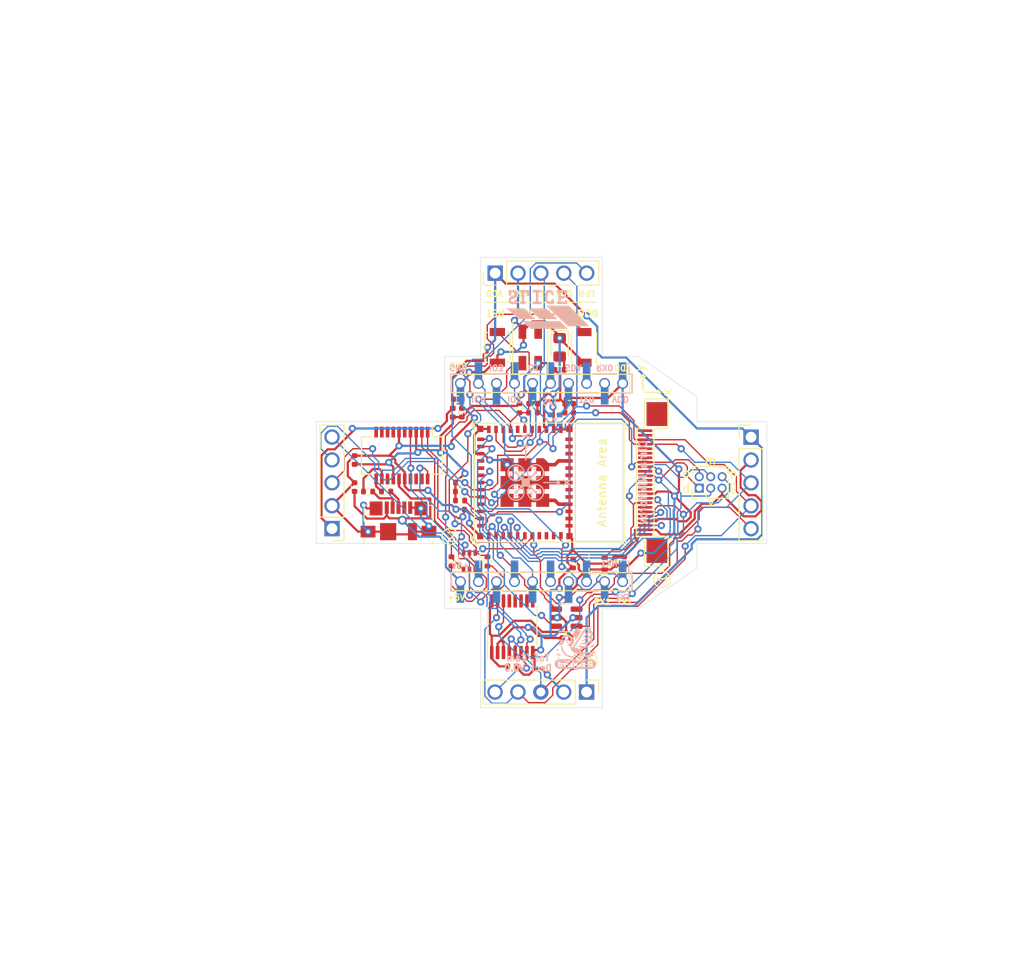
<source format=kicad_pcb>
(kicad_pcb (version 20221018) (generator pcbnew)
  (layers (0 "F.Cu" signal) (31 "B.Cu" signal) (34 "B.Paste" user) (35 "F.Paste" user) (36 "B.SilkS" user "B.Silkscreen") (37 "F.SilkS" user "F.Silkscreen") (38 "B.Mask" user) (39 "F.Mask" user) (44 "Edge.Cuts" user))
  (net 0 "")
  (net 1 "VDDA")
  (net 2 "+5V")
  (net 3 "/SDA")
  (net 4 "/SCL")
  (net 5 "/IO1")
  (net 6 "/IO2")
  (net 7 "GND")
  (net 8 "VCOM")
  (net 10 "VDD")
  (net 26 "/USB_DP")
  (net 27 "/USB_DM")
  (net 28 "/U0TXD")
  (net 29 "/RTS")
  (net 30 "/CHIP_EN")
  (net 31 "/DTR")
  (net 32 "/GPIO9")
  (net 33 "Net-(U8-USBDM)")
  (net 34 "Net-(U8-USBDP)")
  (net 35 "/RGB_CTRL")
  (net 36 "Net-(D8-A)")
  (net 37 "/SCL_T")
  (net 38 "/SDA_T")
  (net 39 "/LPN_1")
  (net 40 "/IO3")
  (net 41 "/IO4")
  (net 42 "/LPN_2")
  (net 43 "/LPN_3")
  (net 45 "/LPN_4")
  (net 46 "/OW")
  (net 47 "/U1TXD")
  (net 48 "/U1RXD")
  (net 49 "/U0RXD")
  (net 58 "Net-(Q8A-B1)")
  (net 59 "Net-(Q8B-B2)")
  (net 60 "/IO5")
  (net 65 "/D1")
  (net 66 "/D3")
  (net 67 "/HSYNC")
  (net 68 "/MCLK")
  (net 69 "/D2")
  (net 70 "/D0")
  (net 71 "/VSYNC")
  (net 72 "/PCLK")
  (net 73 "/N_HSYNC")
  (net 74 "/N_VSYNC")
  (footprint "Connector_USB:USB_Micro-B_Molex_47346-0001" (layer "F.Cu") (at 84.125 104.25)
    (fp_text reference "J1" hide)
    (fp_text value "USB_B_Micro")
  )
  (footprint "Connector_PinHeader_1.27mm:PinHeader_2x03_P1.27mm_Vertical" (layer "F.Cu") (at 117.5 100.625 90)
    (fp_text reference "J6" hide)
    (fp_text value "Conn_02x03_Odd_Even")
  )
  (footprint "Package_TO_SOT_SMD:SOT-23-6" (layer "F.Cu") (at 102.75 115 180)
    (fp_text reference "U3" hide)
    (fp_text value "74LVC2G14")
  )
  (footprint "Resistor_SMD:R_0402_1005Metric" (layer "F.Cu") (at 94 108.76 -90)
    (fp_text reference "R20" hide)
    (fp_text value "10k")
  )
  (footprint "Package_TO_SOT_SMD:SOT-323_SC-70" (layer "F.Cu") (at 106 109 180)
    (fp_text reference "U4" hide)
    (fp_text value "MAX7375AXR805")
  )
  (footprint "Inductor_SMD:L_0402_1005Metric" (layer "F.Cu") (at 90.15 92.25 90)
    (fp_text reference "L1" hide)
    (fp_text value "1uH")
  )
  (footprint "Capacitor_SMD:C_0402_1005Metric" (layer "F.Cu") (at 96.727577 120.402799)
    (fp_text reference "C2" hide)
    (fp_text value "0.1u")
  )
  (footprint "Resistor_SMD:R_0402_1005Metric" (layer "F.Cu") (at 82.75 101 180)
    (fp_text reference "R19" hide)
    (fp_text value "27")
  )
  (footprint "Capacitor_SMD:C_0402_1005Metric" (layer "F.Cu") (at 90.7 90.75)
    (fp_text reference "C12" hide)
    (fp_text value "4.7u")
  )
  (footprint "Capacitor_SMD:C_0402_1005Metric" (layer "F.Cu") (at 103.5 109 -90)
    (fp_text reference "C9" hide)
    (fp_text value "0.1u")
  )
  (footprint "Capacitor_SMD:C_0402_1005Metric" (layer "F.Cu") (at 109.17 108.73 90)
    (fp_text reference "C4" hide)
    (fp_text value "0.1u")
  )
  (footprint "LED_SMD:LED_SK6812MINI_PLCC4_3.5x3.5mm_P1.75mm" (layer "F.Cu") (at 98.75 85 -90)
    (fp_text reference "D6" hide)
    (fp_text value "SK6812MINI")
  )
  (footprint "LED_SMD:LED_0805_2012Metric_Pad1.15x1.40mm_HandSolder" (layer "F.Cu") (at 102.01 85 -90)
    (fp_text reference "D8" hide)
    (fp_text value "LED_BLUE")
  )
  (footprint "Espressif:ESP32-C6-MINI-1" (layer "F.Cu") (at 100.85 100 -90)
    (fp_text reference "U5" hide)
    (fp_text value "ESP32-C6-MINI-1/U")
  )
  (footprint "Capacitor_SMD:C_0402_1005Metric" (layer "F.Cu") (at 79.25 97.5 90)
    (fp_text reference "C13" hide)
    (fp_text value "0.1u")
  )
  (footprint "Package_SO:TSSOP-16_4.4x5mm_P0.65mm" (layer "F.Cu") (at 96.75 116 90)
    (fp_text reference "U1" hide)
    (fp_text value "~")
  )
  (footprint "Connector_PinHeader_2.54mm:PinHeader_1x05_P2.54mm_Vertical" (layer "F.Cu") (at 105 123.25 -90)
    (fp_text reference "J4" hide)
    (fp_text value "Conn_01x05")
  )
  (footprint "Connector_PinHeader_2.54mm:PinHeader_1x05_P2.54mm_Vertical" (layer "F.Cu") (at 123.25 94.96)
    (fp_text reference "J2" hide)
    (fp_text value "Conn_01x05")
  )
  (footprint "Package_TO_SOT_SMD:SOT-363_SC-70-6" (layer "F.Cu") (at 92 108.75 -90)
    (fp_text reference "Q8" hide)
    (fp_text value "BC847BDW1")
  )
  (footprint "Capacitor_SMD:C_0402_1005Metric" (layer "F.Cu") (at 79.25 100.5 90)
    (fp_text reference "C1" hide)
    (fp_text value "4.7u")
  )
  (footprint "Capacitor_SMD:C_0402_1005Metric" (layer "F.Cu") (at 90.96 103 180)
    (fp_text reference "C18" hide)
    (fp_text value "0.1u")
  )
  (footprint "Capacitor_SMD:C_0402_1005Metric" (layer "F.Cu") (at 103.07 92.25)
    (fp_text reference "C5" hide)
    (fp_text value "10u")
  )
  (footprint "Resistor_SMD:R_0402_1005Metric" (layer "F.Cu") (at 80.75 101 180)
    (fp_text reference "R18" hide)
    (fp_text value "27")
  )
  (footprint "MountingHole:MountingHole_2.2mm_M2" (layer "F.Cu") (at 119 95.75)
    (fp_text reference "H1" hide)
    (fp_text value "MountingHole")
  )
  (footprint "Connector_PinHeader_2.54mm:PinHeader_1x05_P2.54mm_Vertical" (layer "F.Cu") (at 94.85 76.76 90)
    (fp_text reference "J5" hide)
    (fp_text value "Conn_01x05")
  )
  (footprint "Resistor_SMD:R_0402_1005Metric" (layer "F.Cu") (at 90.96 100)
    (fp_text reference "R8" hide)
    (fp_text value "2.2k")
  )
  (footprint "MountingHole:MountingHole_2.2mm_M2" (layer "F.Cu") (at 119 104.25)
    (fp_text reference "H2" hide)
    (fp_text value "MountingHole")
  )
  (footprint "Capacitor_SMD:C_0402_1005Metric" (layer "F.Cu") (at 102.77 117.25 180)
    (fp_text reference "C7" hide)
    (fp_text value "0.1u")
  )
  (footprint "Capacitor_SMD:C_0402_1005Metric" (layer "F.Cu") (at 91.15 92.25 90)
    (fp_text reference "C10" hide)
    (fp_text value "4.7u")
  )
  (footprint "Resistor_SMD:R_0402_1005Metric" (layer "F.Cu") (at 97.55 91.75 -90)
    (fp_text reference "R22" hide)
    (fp_text value "10k")
  )
  (footprint "Capacitor_SMD:C_0402_1005Metric" (layer "F.Cu") (at 99.05 92.25)
    (fp_text reference "C8" hide)
    (fp_text value "0.1u")
  )
  (footprint "Button_Switch_SMD:SW_SPST_B3U-1000P" (layer "F.Cu") (at 104.7 85 90)
    (fp_text reference "SW2" hide)
    (fp_text value "SW_SPST")
  )
  (footprint "Resistor_SMD:R_0402_1005Metric" (layer "F.Cu") (at 90.95 101)
    (fp_text reference "R9" hide)
    (fp_text value "2.2k")
  )
  (footprint "Capacitor_SMD:C_0402_1005Metric" (layer "F.Cu") (at 103.07 91.25)
    (fp_text reference "C6" hide)
    (fp_text value "0.1u")
  )
  (footprint "Resistor_SMD:R_0402_1005Metric" (layer "F.Cu") (at 90 108.75 -90)
    (fp_text reference "R21" hide)
    (fp_text value "10k")
  )
  (footprint "Resistor_SMD:R_0402_1005Metric" (layer "F.Cu") (at 90.96 102)
    (fp_text reference "R26" hide)
    (fp_text value "10k")
  )
  (footprint "Package_SO:SSOP-20_3.9x8.7mm_P0.635mm" (layer "F.Cu") (at 84.5 97 -90)
    (fp_text reference "U8" hide)
    (fp_text value "FT231XS")
  )
  (footprint "Capacitor_SMD:C_0402_1005Metric" (layer "F.Cu") (at 99.07 91.25)
    (fp_text reference "C17" hide)
    (fp_text value "0.1u")
  )
  (footprint "Button_Switch_SMD:SW_SPST_B3U-1000P" (layer "F.Cu") (at 95.1 85 90)
    (fp_text reference "SW1" hide)
    (fp_text value "SW_SPST")
  )
  (footprint "Resistor_SMD:R_0402_1005Metric" (layer "F.Cu") (at 102 87.5)
    (fp_text reference "R5" hide)
    (fp_text value "150")
  )
  (footprint "riskybird:SFV24R-1STE1LF" (layer "F.Cu") (at 111.5 100 90)
    (fp_text reference "U2" hide)
    (fp_text value "~")
  )
  (footprint "Connector_PinHeader_2.54mm:PinHeader_1x05_P2.54mm_Vertical" (layer "F.Cu") (at 76.75 105.11 180)
    (fp_text reference "J3" hide)
    (fp_text value "Conn_01x05")
  )
  (footprint "Capacitor_SMD:C_0402_1005Metric" (layer "F.Cu") (at 108.17 108.71 90)
    (fp_text reference "C3" hide)
    (fp_text value "10u")
  )
  (footprint "riskybird:PinHeader_1x10_P2.00mm_Vertical_SMD_Pin1Right_THT" (layer "B.Cu") (at 100 111 90)
    (fp_text reference "J8" hide)
    (fp_text value "Conn_01x10")
  )
  (footprint "riskybird:PinHeader_1x10_P2.00mm_Vertical_SMD_Pin1Right_THT" (layer "B.Cu") (at 100 89 90)
    (fp_text reference "J7" hide)
    (fp_text value "Conn_01x10")
  )
  (footprint "LOGO" (layer "B.Cu") (at 103.75 118.5 180)
    (fp_text reference "G***" hide)
    (fp_text value "LOGO" hide)
  )
  (footprint "LOGO" (layer "B.Cu") (at 100.5 80.75)
    (fp_text reference "G***" hide)
    (fp_text value "LOGO" hide)
  )
  (footprint "Resistor_SMD:R_0402_1005Metric" (layer "B.Cu") (at 101 93 90)
    (fp_text reference "JP4" hide)
    (fp_text value "Jumper_2_Open")
  )
  (footprint "Resistor_SMD:R_0402_1005Metric" (layer "B.Cu") (at 102 93.01 90)
    (fp_text reference "JP3" hide)
    (fp_text value "Jumper_2_Open")
  )
  (footprint "LOGO" (layer "B.Cu") (at 98.25 100 45)
    (fp_text reference "G***" hide)
    (fp_text value "LOGO" hide)
  )
  (gr_line (start 98.25 95.75) (end 98 96) (stroke (width 0.15)) (layer "B.SilkS"))
  (gr_line (start 101.75 99.75) (end 101.75 100.25) (stroke (width 0.15)) (layer "B.SilkS"))
  (gr_line (start 102 100) (end 101.75 100.25) (stroke (width 0.15)) (layer "B.SilkS"))
  (gr_line (start 102 100) (end 101.75 99.75) (stroke (width 0.15)) (layer "B.SilkS"))
  (gr_line (start 100.25 100) (end 102 100) (stroke (width 0.15)) (layer "B.SilkS"))
  (gr_line (start 99.75 96) (end 100 95.75) (stroke (width 0.12)) (layer "B.SilkS"))
  (gr_line (start 98 96) (end 98.5 96) (stroke (width 0.15)) (layer "B.SilkS"))
  (gr_line (start 98.25 95.75) (end 98.5 96) (stroke (width 0.15)) (layer "B.SilkS"))
  (gr_line (start 98.25 97.5) (end 98.25 95.75) (stroke (width 0.15)) (layer "B.SilkS"))
  (gr_circle (center 113.348613 110.75) (end 114.098613 110.25) (stroke (width 0.12)) (fill none) (layer "F.SilkS"))
  (gr_line (start 112.9535 89.75) (end 113.2035 90) (stroke (width 0.15)) (layer "F.SilkS"))
  (gr_line (start 112.9535 89.75) (end 112.9535 90.25) (stroke (width 0.15)) (layer "F.SilkS"))
  (gr_line (start 112.9535 90.25) (end 113.2035 90) (stroke (width 0.15)) (layer "F.SilkS"))
  (gr_line (start 109.75 88) (end 109.75 90) (stroke (width 0.12)) (layer "F.SilkS"))
  (gr_line (start 109.75 110) (end 109.75 112) (stroke (width 0.12)) (layer "F.SilkS"))
  (gr_line (start 111.25 88) (end 111.25 89.75) (stroke (width 0.15)) (layer "F.SilkS"))
  (gr_line (start 111 88.25) (end 111.5 88.25) (stroke (width 0.15)) (layer "F.SilkS"))
  (gr_line (start 93.75 80) (end 106 80) (stroke (width 0.12)) (layer "F.SilkS"))
  (gr_line (start 113.2035 90) (end 111.4535 90) (stroke (width 0.15)) (layer "F.SilkS"))
  (gr_rect (start 90 110) (end 110 112) (stroke (width 0.12)) (fill none) (layer "F.SilkS"))
  (gr_line (start 111 88.25) (end 111.25 88) (stroke (width 0.15)) (layer "F.SilkS"))
  (gr_line (start 111.5 88.25) (end 111.25 88) (stroke (width 0.15)) (layer "F.SilkS"))
  (gr_rect (start 90 88) (end 110 90) (stroke (width 0.12)) (fill none) (layer "F.SilkS"))
  (gr_circle (center 105.25 119.75) (end 105.75 120.5) (stroke (width 0.12)) (fill none) (layer "F.SilkS"))
  (gr_circle (center 89.848613 106) (end 90.348613 106.75) (stroke (width 0.12)) (fill none) (layer "F.SilkS"))
  (gr_line (start 106.75 86) (end 110.75 86) (stroke (width 0.05)) (layer "Edge.Cuts"))
  (gr_line (start 110.75 114) (end 117.25 109.5) (stroke (width 0.05)) (layer "Edge.Cuts"))
  (gr_line (start 117.25 109.5) (end 117.25 106.75) (stroke (width 0.05)) (layer "Edge.Cuts"))
  (gr_line (start 106.75 114) (end 106.75 125) (stroke (width 0.05)) (layer "Edge.Cuts"))
  (gr_line (start 93.25 75) (end 100 75) (stroke (width 0.05)) (layer "Edge.Cuts"))
  (gr_line (start 110.75 114) (end 106.75 114) (stroke (width 0.05)) (layer "Edge.Cuts"))
  (gr_line (start 75 100) (end 75 93.25) (stroke (width 0.05)) (layer "Edge.Cuts"))
  (gr_line (start 89.25 93.25) (end 89.25 86) (stroke (width 0.05)) (layer "Edge.Cuts"))
  (gr_line (start 89.25 106.75) (end 75 106.75) (stroke (width 0.05)) (layer "Edge.Cuts"))
  (gr_line (start 100 75) (end 106.75 75) (stroke (width 0.05)) (layer "Edge.Cuts"))
  (gr_line (start 89.25 86) (end 93.25 86) (stroke (width 0.05)) (layer "Edge.Cuts"))
  (gr_line (start 93.25 86) (end 93.25 75) (stroke (width 0.05)) (layer "Edge.Cuts"))
  (gr_line (start 106.75 125) (end 100 125) (stroke (width 0.05)) (layer "Edge.Cuts"))
  (gr_line (start 110.75 86) (end 117.25 90.5) (stroke (width 0.05)) (layer "Edge.Cuts"))
  (gr_line (start 125 100) (end 125 106.75) (stroke (width 0.05)) (layer "Edge.Cuts"))
  (gr_line (start 117.25 106.75) (end 125 106.75) (stroke (width 0.05)) (layer "Edge.Cuts"))
  (gr_line (start 75 93.25) (end 89.25 93.25) (stroke (width 0.05)) (layer "Edge.Cuts"))
  (gr_line (start 100 125) (end 93.25 125) (stroke (width 0.05)) (layer "Edge.Cuts"))
  (gr_line (start 117.25 93.25) (end 117.25 90.5) (stroke (width 0.05)) (layer "Edge.Cuts"))
  (gr_line (start 125 93.25) (end 117.25 93.25) (stroke (width 0.05)) (layer "Edge.Cuts"))
  (gr_rect (start 103.75 93.5) (end 109 106.5) (stroke (width 0.05)) (fill none) (layer "Edge.Cuts"))
  (gr_line (start 89.25 114) (end 89.25 106.75) (stroke (width 0.05)) (layer "Edge.Cuts"))
  (gr_line (start 106.75 75) (end 106.75 86) (stroke (width 0.05)) (layer "Edge.Cuts"))
  (gr_line (start 93.25 114) (end 89.25 114) (stroke (width 0.05)) (layer "Edge.Cuts"))
  (gr_line (start 125 93.25) (end 125 100) (stroke (width 0.05)) (layer "Edge.Cuts"))
  (gr_line (start 75 106.75) (end 75 100) (stroke (width 0.05)) (layer "Edge.Cuts"))
  (gr_line (start 93.25 125) (end 93.25 114) (stroke (width 0.05)) (layer "Edge.Cuts"))
  (gr_text "TX0" (at 105 90.75 180) (layer "B.SilkS") (effects (font (size 0.65 0.65)) (justify mirror)))
  (gr_text "Dima Nikiforov" (at 111.75 100 90) (layer "B.SilkS") (effects (font (size 0.85 0.85) (thickness 0.2) bold) (justify bottom mirror)))
  (gr_text "x" (at 103.25 99.5 90) (layer "B.SilkS") (effects (font (size 1 1)) (justify left bottom mirror)))
  (gr_text "y" (at 98 95.25 -90) (layer "B.SilkS") (effects (font (size 1 1)) (justify left bottom mirror)))
  (gr_text "IO3" (at 95 87.25 180) (layer "B.SilkS") (effects (font (size 0.65 0.65)) (justify mirror)))
  (gr_text "IO4" (at 93 90.75 180) (layer "B.SilkS") (effects (font (size 0.65 0.65)) (justify mirror)))
  (gr_text "IO2" (at 97 90.75 180) (layer "B.SilkS") (effects (font (size 0.65 0.65)) (justify mirror)))
  (gr_text "RX0" (at 107 87.25 180) (layer "B.SilkS") (effects (font (size 0.65 0.65)) (justify mirror)))
  (gr_text "+5V" (at 91 109.25) (layer "B.SilkS") (effects (font (size 0.65 0.65)) (justify mirror)))
  (gr_text "TX1" (at 109 112.75) (layer "B.SilkS") (effects (font (size 0.65 0.65)) (justify mirror)))
  (gr_text "RX1" (at 107.5 109) (layer "B.SilkS") (effects (font (size 0.65 0.65)) (justify mirror)))
  (gr_text "SCL" (at 101 91 180) (layer "B.SilkS") (effects (font (size 0.65 0.65)) (justify mirror)))
  (gr_text "SDA" (at 103.5 87.25 180) (layer "B.SilkS") (effects (font (size 0.65 0.65)) (justify mirror)))
  (gr_text "GND" (at 90.75 87.25 180) (layer "B.SilkS") (effects (font (size 0.65 0.65)) (justify mirror)))
  (gr_text "ToF/Cam\nDeck V0.0" (at 98.5 121) (layer "B.SilkS") (effects (font (size 0.7 0.7) (thickness 0.175) bold) (justify bottom mirror)))
  (gr_text "IO1" (at 99 87.25 180) (layer "B.SilkS") (effects (font (size 0.65 0.65)) (justify mirror)))
  (gr_text "VDD" (at 108.75 90.75 180) (layer "B.SilkS") (effects (font (size 0.65 0.65)) (justify mirror)))
  (gr_text "RX1" (at 106.75 113.25) (layer "F.SilkS") (effects (font (size 0.65 0.65))))
  (gr_text "USR" (at 99.5 80.75 180) (layer "F.SilkS") (effects (font (size 0.75 0.75)) (justify left bottom)))
  (gr_text "PWR\n" (at 102.75 80.75 180) (layer "F.SilkS") (effects (font (size 0.75 0.75)) (justify left bottom)))
  (gr_text "g" (at 120.735 100.93253) (layer "F.SilkS") (effects (font (size 1 1)) (justify left bottom)))
  (gr_text "GND" (at 97.5 79 -180) (layer "F.SilkS") (effects (font (size 0.65 0.65))))
  (gr_text "h\n" (at 120.735 99.66253) (layer "F.SilkS") (effects (font (size 1 1)) (justify left bottom)))
  (gr_text "3" (at 104.75 120.401387) (layer "F.SilkS") (effects (font (size 1 1)) (justify left bottom)))
  (gr_text "LPN" (at 105 79 180) (layer "F.SilkS") (effects (font (size 0.65 0.65))))
  (gr_text "TX1" (at 109.25 113.25) (layer "F.SilkS") (effects (font (size 0.65 0.65))))
  (gr_text "RST" (at 96 80.75 180) (layer "F.SilkS") (effects (font (size 0.75 0.75)) (justify left bottom)))
  (gr_text "GND" (at 90.75 87 -180) (layer "F.SilkS") (effects (font (size 0.65 0.65))))
  (gr_text "VDD" (at 94.75 79 180) (layer "F.SilkS") (effects (font (size 0.65 0.65))))
  (gr_text "y" (at 111.5 87.75 90) (layer "F.SilkS") (effects (font (size 1 1)) (justify left bottom)))
  (gr_text "BOOT\n" (at 106.4 80.75 180) (layer "F.SilkS") (effects (font (size 0.75 0.75)) (justify left bottom)))
  (gr_text "+5V" (at 90.5 112.75) (layer "F.SilkS") (effects (font (size 0.65 0.65))))
  (gr_text "x" (at 114.4535 90.5 90) (layer "F.SilkS") (effects (font (size 1 1)) (justify left bottom)))
  (gr_text "SCL" (at 100 79 180) (layer "F.SilkS") (effects (font (size 0.65 0.65))))
  (gr_text "v" (at 118.318102 102.753069) (layer "F.SilkS") (effects (font (size 1 1)) (justify left bottom)))
  (gr_text "d\n" (at 115.5 101.25) (layer "F.SilkS") (effects (font (size 1 1)) (justify left bottom)))
  (gr_text "VDD" (at 109 87.25 180) (layer "F.SilkS") (effects (font (size 0.65 0.65))))
  (gr_text "1" (at 114 111.25 90) (layer "F.SilkS") (effects (font (size 1 1)) (justify left bottom)))
  (gr_text "SDA" (at 102.5 79 180) (layer "F.SilkS") (effects (font (size 0.65 0.65))))
  (gr_text "p\n" (at 115.5 99.5) (layer "F.SilkS") (effects (font (size 1 1)) (justify left bottom)))
  (gr_text "2" (at 89.348613 106.651387) (layer "F.SilkS") (effects (font (size 1 1)) (justify left bottom)))
  (gr_text "m" (at 117.972461 98.102637) (layer "F.SilkS") (effects (font (size 1 1)) (justify left bottom)))
  (segment (start 75.575 97.003299) (end 75.575 103.935) (width 0.25) (layer "F.Cu") (net 1))
  (segment (start 75.575 103.935) (end 76.75 105.11) (width 0.25) (layer "F.Cu") (net 1))
  (segment (start 93.575 85.809315) (end 93.575 86.5) (width 0.25) (layer "F.Cu") (net 1))
  (segment (start 90.131784 91.765) (end 89.5 92.396784) (width 0.25) (layer "F.Cu") (net 1))
  (segment (start 105 81.5) (end 101.435 77.935) (width 0.25) (layer "F.Cu") (net 1))
  (segment (start 94 85.575) (end 93.809315 85.575) (width 0.25) (layer "F.Cu") (net 1))
  (segment (start 89.5 93.176777) (end 88.676777 94) (width 0.25) (layer "F.Cu") (net 1))
  (segment (start 79 94) (end 79 94.361701) (width 0.25) (layer "F.Cu") (net 1))
  (segment (start 76.263299 96.315) (end 75.575 97.003299) (width 0.25) (layer "F.Cu") (net 1))
  (segment (start 101.435 77.935) (end 96.025 77.935) (width 0.25) (layer "F.Cu") (net 1))
  (segment (start 77.046701 96.315) (end 76.263299 96.315) (width 0.25) (layer "F.Cu") (net 1))
  (segment (start 93.809315 85.575) (end 93.575 85.809315) (width 0.25) (layer "F.Cu") (net 1))
  (segment (start 93.575 86.5) (end 91.705218 86.5) (width 0.25) (layer "F.Cu") (net 1))
  (segment (start 88.676777 94) (end 88.5 94) (width 0.25) (layer "F.Cu") (net 1))
  (segment (start 94 85) (end 94 85.575) (width 0.25) (layer "F.Cu") (net 1))
  (segment (start 79 94.361701) (end 77.046701 96.315) (width 0.25) (layer "F.Cu") (net 1))
  (segment (start 91.705218 86.5) (end 90.900498 87.30472) (width 0.25) (layer "F.Cu") (net 1))
  (segment (start 90.075 90.605) (end 90.22 90.75) (width 0.25) (layer "F.Cu") (net 1))
  (segment (start 90.15 91.765) (end 90.15 90.82) (width 0.25) (layer "F.Cu") (net 1))
  (segment (start 90.900498 87.599502) (end 90.075 88.425) (width 0.25) (layer "F.Cu") (net 1))
  (segment (start 90.900498 87.30472) (end 90.900498 87.599502) (width 0.25) (layer "F.Cu") (net 1))
  (segment (start 90.15 91.765) (end 90.131784 91.765) (width 0.25) (layer "F.Cu") (net 1))
  (segment (start 89.5 92.396784) (end 89.5 93.176777) (width 0.25) (layer "F.Cu") (net 1))
  (segment (start 90.15 90.82) (end 90.22 90.75) (width 0.25) (layer "F.Cu") (net 1))
  (segment (start 96.025 77.935) (end 94.85 76.76) (width 0.25) (layer "F.Cu") (net 1))
  (segment (start 90.075 88.425) (end 90.075 90.605) (width 0.25) (layer "F.Cu") (net 1))
  (via (at 79 94) (size 0.8) (drill 0.4) (layers "F.Cu" "B.Cu") (net 1))
  (via (at 94 85) (size 0.8) (drill 0.4) (layers "F.Cu" "B.Cu") (net 1))
  (via (at 88.5 94) (size 0.8) (drill 0.4) (layers "F.Cu" "B.Cu") (net 1))
  (via (at 105 81.5) (size 0.8) (drill 0.4) (layers "F.Cu" "B.Cu") (net 1))
  (segment (start 117.205 106.295) (end 123.955 106.295) (width 0.25) (layer "B.Cu") (net 1))
  (segment (start 105 123.25) (end 105 115) (width 0.25) (layer "B.Cu") (net 1))
  (segment (start 122.29 94) (end 117.25 94) (width 0.25) (layer "B.Cu") (net 1))
  (segment (start 116.664623 107.358886) (end 116.664623 106.835377) (width 0.25) (layer "B.Cu") (net 1))
  (segment (start 109.375 86.125) (end 106.698223 86.125) (width 0.25) (layer "B.Cu") (net 1))
  (segment (start 123.25 94.96) (end 122.29 94) (width 0.25) (layer "B.Cu") (net 1))
  (segment (start 106.185 82.685) (end 105 81.5) (width 0.25) (layer "B.Cu") (net 1))
  (segment (start 88.5 94) (end 79 94) (width 0.25) (layer "B.Cu") (net 1))
  (segment (start 106.698223 86.125) (end 106.185 85.611777) (width 0.25) (layer "B.Cu") (net 1))
  (segment (start 116.664623 106.835377) (end 117.205 106.295) (width 0.25) (layer "B.Cu") (net 1))
  (segment (start 105 115) (end 106.325 113.675) (width 0.25) (layer "B.Cu") (net 1))
  (segment (start 117.25 94) (end 109.375 86.125) (width 0.25) (layer "B.Cu") (net 1))
  (segment (start 123.955 106.295) (end 124.5 105.75) (width 0.25) (layer "B.Cu") (net 1))
  (segment (start 94.85 76.76) (end 94.85 84.15) (width 0.25) (layer "B.Cu") (net 1))
  (segment (start 106.325 113.675) (end 110.348509 113.675) (width 0.25) (layer "B.Cu") (net 1))
  (segment (start 124.5 96.21) (end 123.25 94.96) (width 0.25) (layer "B.Cu") (net 1))
  (segment (start 106.185 85.611777) (end 106.185 82.685) (width 0.25) (layer "B.Cu") (net 1))
  (segment (start 110.348509 113.675) (end 116.664623 107.358886) (width 0.25) (layer "B.Cu") (net 1))
  (segment (start 124.5 105.75) (end 124.5 96.21) (width 0.25) (layer "B.Cu") (net 1))
  (segment (start 94.85 84.15) (end 94 85) (width 0.25) (layer "B.Cu") (net 1))
  (segment (start 84.1825 100.4325) (end 84.1825 99.6) (width 0.25) (layer "F.Cu") (net 2))
  (segment (start 79.25 100.98) (end 79.25 102.625) (width 0.25) (layer "F.Cu") (net 2))
  (segment (start 85.525 101.775) (end 84.1825 100.4325) (width 0.25) (layer "F.Cu") (net 2))
  (segment (start 83.125 103.975) (end 84.5 103.975) (width 0.25) (layer "F.Cu") (net 2))
  (segment (start 79.25 102.625) (end 80.625 104) (width 0.25) (layer "F.Cu") (net 2))
  (segment (start 82.5 104) (end 82.825 103.675) (width 0.25) (layer "F.Cu") (net 2))
  (segment (start 87.65 101.775) (end 85.525 101.775) (width 0.25) (layer "F.Cu") (net 2))
  (segment (start 84.5 103.975) (end 84.5 104.126641) (width 0.25) (layer "F.Cu") (net 2))
  (segment (start 82.825 103.675) (end 82.825 102.79) (width 0.25) (layer "F.Cu") (net 2))
  (segment (start 82.825 103.675) (end 83.125 103.975) (width 0.25) (layer "F.Cu") (net 2))
  (segment (start 80.625 104) (end 82.5 104) (width 0.25) (layer "F.Cu") (net 2))
  (segment (start 84.5 104.126641) (end 84.552861 104.179502) (width 0.25) (layer "F.Cu") (net 2))
  (segment (start 87.65 103.975) (end 87.65 101.775) (width 0.25) (layer "F.Cu") (net 2))
  (segment (start 84.5 103.975) (end 87.65 103.975) (width 0.25) (layer "F.Cu") (net 2))
  (via (at 84.552861 104.179502) (size 1) (drill 0.6) (layers "F.Cu" "B.Cu") (net 2))
  (segment (start 89.375 106.698223) (end 88.676777 106) (width 0.25) (layer "B.Cu") (net 2))
  (segment (start 91 111) (end 89.375 109.375) (width 0.25) (layer "B.Cu") (net 2))
  (segment (start 89.375 109.375) (end 89.375 106.698223) (width 0.25) (layer "B.Cu") (net 2))
  (segment (start 88.676777 106) (end 86.373359 106) (width 0.25) (layer "B.Cu") (net 2))
  (segment (start 86.373359 106) (end 84.552861 104.179502) (width 0.25) (layer "B.Cu") (net 2))
  (segment (start 103 91.5) (end 102 92.5) (width 0.25) (layer "B.Cu") (net 3))
  (segment (start 103 89) (end 103 91.5) (width 0.25) (layer "B.Cu") (net 3))
  (segment (start 101 92.49) (end 100.844195 92.49) (width 0.25) (layer "B.Cu") (net 4))
  (segment (start 100.275 91.920805) (end 100.275 89.725) (width 0.25) (layer "B.Cu") (net 4))
  (segment (start 100.275 89.725) (end 101 89) (width 0.25) (layer "B.Cu") (net 4))
  (segment (start 100.844195 92.49) (end 100.275 91.920805) (width 0.25) (layer "B.Cu") (net 4))
  (segment (start 96.113299 96.525) (end 97.761217 96.525) (width 0.15) (layer "F.Cu") (net 5))
  (segment (start 97.761217 96.525) (end 98.737728 95.548489) (width 0.15) (layer "F.Cu") (net 5))
  (segment (start 94.95 94.1) (end 94.95 95.361701) (width 0.15) (layer "F.Cu") (net 5))
  (segment (start 94.95 95.361701) (end 96.113299 96.525) (width 0.15) (layer "F.Cu") (net 5))
  (via (at 98.737728 95.548489) (size 0.8) (drill 0.4) (layers "F.Cu" "B.Cu") (net 5))
  (segment (start 99.368261 94.917956) (end 98.737728 95.548489) (width 0.15) (layer "B.Cu") (net 5))
  (segment (start 99 91.6) (end 99.368261 91.968261) (width 0.15) (layer "B.Cu") (net 5))
  (segment (start 99.368261 91.968261) (end 99.368261 94.917956) (width 0.15) (layer "B.Cu") (net 5))
  (segment (start 99 90.175) (end 99 91.6) (width 0.15) (layer "B.Cu") (net 5))
  (segment (start 96.299695 96.075) (end 97.185912 96.075) (width 0.15) (layer "F.Cu") (net 6))
  (segment (start 97.185912 96.075) (end 97.625426 95.635486) (width 0.15) (layer "F.Cu") (net 6))
  (segment (start 95.75 95.525305) (end 96.299695 96.075) (width 0.15) (layer "F.Cu") (net 6))
  (segment (start 95.75 94.1) (end 95.75 95.525305) (width 0.15) (layer "F.Cu") (net 6))
  (via (at 97.625426 95.635486) (size 0.8) (drill 0.4) (layers "F.Cu" "B.Cu") (net 6))
  (segment (start 98.762232 92.187232) (end 98.762232 94.49868) (width 0.15) (layer "B.Cu") (net 6))
  (segment (start 97.470405 90.925) (end 97.5 90.925) (width 0.15) (layer "B.Cu") (net 6))
  (segment (start 97 89) (end 97 90.454595) (width 0.15) (layer "B.Cu") (net 6))
  (segment (start 97 90.454595) (end 97.470405 90.925) (width 0.15) (layer "B.Cu") (net 6))
  (segment (start 97.5 90.925) (end 98.762232 92.187232) (width 0.15) (layer "B.Cu") (net 6))
  (segment (start 98.762232 94.49868) (end 97.625426 95.635486) (width 0.15) (layer "B.Cu") (net 6))
  (segment (start 99.928726 120.624536) (end 100.645 121.34081) (width 0.25) (layer "F.Cu") (net 7))
  (segment (start 101.9 97.6) (end 103.05 97.6) (width 0.4) (layer "F.Cu") (net 7))
  (segment (start 83.275 105.75) (end 85.375 105.75) (width 0.25) (layer "F.Cu") (net 7))
  (segment (start 86.875 105.45) (end 87.5 104.825) (width 0.25) (layer "F.Cu") (net 7))
  (segment (start 122.953299 101.405) (end 123.736701 101.405) (width 0.25) (layer "F.Cu") (net 7))
  (segment (start 78.5 97.762391) (end 78.5 99.27) (width 0.25) (layer "F.Cu") (net 7))
  (segment (start 99.225 120.624536) (end 99.225 119.0625) (width 0.25) (layer "F.Cu") (net 7))
  (segment (start 92.525 96.725) (end 92.6 96.8) (width 0.25) (layer "F.Cu") (net 7))
  (segment (start 101.475 98.025) (end 101.9 97.6) (width 0.4) (layer "F.Cu") (net 7))
  (segment (start 90.48 102.985116) (end 90.501566 102.96355) (width 0.25) (layer "F.Cu") (net 7))
  (segment (start 95.125 118.8625) (end 95.125 117.875) (width 0.25) (layer "F.Cu") (net 7))
  (segment (start 100.125 100) (end 103.05 100) (width 0.4) (layer "F.Cu") (net 7))
  (segment (start 85.375 105.75) (end 85.675 105.45) (width 0.25) (layer "F.Cu") (net 7))
  (segment (start 102.865 108.852609) (end 103.492391 109.48) (width 0.25) (layer "F.Cu") (net 7))
  (segment (start 102.01 83.76) (end 102.01 83.975) (width 0.25) (layer "F.Cu") (net 7))
  (segment (start 80.75 105.45) (end 82.975 105.45) (width 0.25) (layer "F.Cu") (net 7))
  (segment (start 95.775 117.775) (end 95.775 118.8625) (width 0.25) (layer "F.Cu") (net 7))
  (segment (start 95.5 117.474695) (end 96.905806 116.068889) (width 0.25) (layer "F.Cu") (net 7))
  (segment (start 102.01 83.975) (end 102.01 84.01) (width 0.25) (layer "F.Cu") (net 7))
  (segment (start 103.55 92.25) (end 103.55 91.25) (width 0.25) (layer "F.Cu") (net 7))
  (segment (start 92.564546 93.414546) (end 93.2 94.05) (width 0.25) (layer "F.Cu") (net 7))
  (segment (start 103.39985 107.39985) (end 103.5 107.5) (width 0.25) (layer "F.Cu") (net 7))
  (segment (start 83.773371 97.798676) (end 84.8175 98.842805) (width 0.25) (layer "F.Cu") (net 7))
  (segment (start 101.35 94.1) (end 103.05 94.1) (width 0.25) (layer "F.Cu") (net 7))
  (segment (start 103.5 107.5) (end 105 109) (width 0.25) (layer "F.Cu") (net 7))
  (segment (start 97.75 83.125) (end 97.75 82.75) (width 0.25) (layer "F.Cu") (net 7))
  (segment (start 100.636312 90.163688) (end 99.55 91.25) (width 0.25) (layer "F.Cu") (net 7))
  (segment (start 99 82.125) (end 100.375 82.125) (width 0.25) (layer "F.Cu") (net 7))
  (segment (start 122.075 100.526701) (end 122.953299 101.405) (width 0.25) (layer "F.Cu") (net 7))
  (segment (start 96.905806 116.068889) (end 98.518458 116.068889) (width 0.25) (layer "F.Cu") (net 7))
  (segment (start 84.8175 100.415) (end 85.264847 100.862347) (width 0.25) (layer "F.Cu") (net 7))
  (segment (start 102.865 108.135) (end 102.865 108.852609) (width 0.25) (layer "F.Cu") (net 7))
  (segment (start 93.2 94.05) (end 94.1 94.05) (width 0.25) (layer "F.Cu") (net 7))
  (segment (start 115.249999 105.75) (end 117 104) (width 0.25) (layer "F.Cu") (net 7))
  (segment (start 76.75 102.57) (end 76.75 102.512391) (width 0.25) (layer "F.Cu") (net 7))
  (segment (start 98 83.375) (end 97.875 83.25) (width 0.25) (layer "F.Cu") (net 7))
  (segment (start 103.8875 115) (end 103.480673 115) (width 0.25) (layer "F.Cu") (net 7))
  (segment (start 95.5 117.5) (end 95.5 117.474695) (width 0.25) (layer "F.Cu") (net 7))
  (segment (start 98.15 101.975) (end 98.15 100) (width 0.4) (layer "F.Cu") (net 7))
  (segment (start 103.1 105.95) (end 103.39985 106.24985) (width 0.25) (layer "F.Cu") (net 7))
  (segment (start 102.01 84.01) (end 104.7 86.7) (width 0.25) (layer "F.Cu") (net 7))
  (segment (start 90 96) (end 90 95.382095) (width 0.25) (layer "F.Cu") (net 7))
  (segment (start 110.375 107.045) (end 109.17 108.25) (width 0.25) (layer "F.Cu") (net 7))
  (segment (start 117 104) (end 117 103.184315) (width 0.25) (layer "F.Cu") (net 7))
  (segment (start 103.1 94.05) (end 103.1 105.95) (width 0.25) (layer "F.Cu") (net 7))
  (segment (start 93.2 94.05) (end 92.543866 94.706134) (width 0.25) (layer "F.Cu") (net 7))
  (segment (start 117 103.184315) (end 117.834315 102.35) (width 0.25) (layer "F.Cu") (net 7))
  (segment (start 98.15 98.025) (end 96.175 98.025) (width 0.4) (layer "F.Cu") (net 7))
  (segment (start 113.250001 105.75) (end 115.249999 105.75) (width 0.25) (layer "F.Cu") (net 7))
  (segment (start 80.625 102.875) (end 80.25 102.5) (width 0.25) (layer "F.Cu") (net 7))
  (segment (start 123.25 97.5) (end 122.075 98.675) (width 0.25) (layer "F.Cu") (net 7))
  (segment (start 100.125 98.025) (end 101.475 98.025) (width 0.4) (layer "F.Cu") (net 7))
  (segment (start 120.04 101.332106) (end 120.04 100.625) (width 0.25) (layer "F.Cu") (net 7))
  (segment (start 82.975 105.45) (end 83.275 105.75) (width 0.25) (layer "F.Cu") (net 7))
  (segment (start 80.75 105.45) (end 79.63 105.45) (width 0.25) (layer "F.Cu") (net 7))
  (segment (start 92.004861 104.754861) (end 92.004861 104.4983) (width 0.25) (layer "F.Cu") (net 7))
  (segment (start 98.682493 116.068889) (end 98.518458 116.068889) (width 0.25) (layer "F.Cu") (net 7))
  (segment (start 101.290922 90.163688) (end 100.636312 90.163688) (width 0.25) (layer "F.Cu") (net 7))
  (segment (start 83.773371 97.47276) (end 83.773371 97.798676) (width 0.25) (layer "F.Cu") (net 7))
  (segment (start 78.5 99.27) (end 79.25 100.02) (width 0.25) (layer "F.Cu") (net 7))
  (segment (start 96.175 100) (end 96.175 98.025) (width 0.4) (layer "F.Cu") (net 7))
  (segment (start 90 95.382095) (end 92.538744 92.843351) (width 0.25) (layer "F.Cu") (net 7))
  (segment (start 97.207577 120.402799) (end 97.207577 120.508188) (width 0.25) (layer "F.Cu") (net 7))
  (segment (start 103.55 92.95) (end 103.55 92.25) (width 0.25) (layer "F.Cu") (net 7))
  (segment (start 91.15 90.78) (end 91.18 90.75) (width 0.25) (layer "F.Cu") (net 7))
  (segment (start 110.65 105.25) (end 110.65 105.275) (width 0.25) (layer "F.Cu") (net 7))
  (segment (start 95.1 86.7) (end 94.7 86.7) (width 0.25) (layer "F.Cu") (net 7))
  (segment (start 92.6 96.8) (end 93.25 96.8) (width 0.25) (layer "F.Cu") (net 7))
  (segment (start 85.425 102.79) (end 86.5275 102.79) (width 0.25) (layer "F.Cu") (net 7))
  (segment (start 97.875 83.25) (end 97.75 83.125) (width 0.25) (layer "F.Cu") (net 7))
  (segment (start 95.125 117.875) (end 95.5 117.5) (width 0.25) (layer "F.Cu") (net 7))
  (segment (start 103.39985 106.24985) (end 103.39985 107.39985) (width 0.25) (layer "F.Cu") (net 7))
  (segment (start 92.543866 94.88884) (end 92.525 94.907706) (width 0.25) (layer "F.Cu") (net 7))
  (segment (start 122.075 98.675) (end 122.075 100.526701) (width 0.25) (layer "F.Cu") (net 7))
  (segment (start 83.0875 97.02) (end 83.320611 97.02) (width 0.25) (layer "F.Cu") (net 7))
  (segment (start 83.320611 97.02) (end 83.773371 97.47276) (width 0.25) (layer "F.Cu") (net 7))
  (segment (start 103.5 109.48) (end 103.211852 109.48) (width 0.25) (layer "F.Cu") (net 7))
  (segment (start 96.175 100) (end 100.125 100) (width 0.4) (layer "F.Cu") (net 7))
  (segment (start 99.638604 117.025) (end 98.682493 116.068889) (width 0.25) (layer "F.Cu") (net 7))
  (segment (start 100.125 101.975) (end 101.475 101.975) (width 0.4) (layer "F.Cu") (net 7))
  (segment (start 79.25 97.02) (end 83.0875 97.02) (width 0.25) (layer "F.Cu") (net 7))
  (segment (start 99.30637 118.58113) (end 99.902574 118.58113) (width 0.25) (layer "F.Cu") (net 7))
  (segment (start 96.175 100) (end 96.175 101.975) (width 0.4) (layer "F.Cu") (net 7))
  (segment (start 94.1 94.05) (end 94.15 94.1) (width 0.25) (layer "F.Cu") (net 7))
  (segment (start 123.736701 101.405) (end 124.425 102.093299) (width 0.25) (layer "F.Cu") (net 7))
  (segment (start 91.18 90.75) (end 91.18 89.18) (width 0.25) (layer "F.Cu") (net 7))
  (segment (start 108.17 108.23) (end 109.15 108.23) (width 0.25) (layer "F.Cu") (net 7))
  (segment (start 98.15 98.025) (end 100.125 98.025) (width 0.4) (layer "F.Cu") (net 7))
  (segment (start 110.375 106.225) (end 110.65 106.225) (width 0.25) (layer "F.Cu") (net 7))
  (segment (start 102.29 117.25) (end 100.363604 117.25) (width 0.25) (layer "F.Cu") (net 7))
  (segment (start 91.15 91.77) (end 91.15 90.78) (width 0.25) (layer "F.Cu") (net 7))
  (segment (start 79.25 97.02) (end 79.242391 97.02) (width 0.25) (layer "F.Cu") (net 7))
  (segment (start 110.65 106.695584) (end 110.375 106.970584) (width 0.25) (layer "F.Cu") (net 7))
  (segment (start 100.375 82.125) (end 102.01 83.76) (width 0.25) (layer "F.Cu") (net 7))
  (segment (start 81.6375 102.875) (end 80.625 102.875) (width 0.25) (layer "F.Cu") (net 7))
  (segment (start 95.1 85.9) (end 95.5 85.5) (width 0.25) (layer "F.Cu") (net 7))
  (segment (start 99.225 119.0625) (end 99.025 118.8625) (width 0.25) (layer "F.Cu") (net 7))
  (segment (start 99.225 120.723825) (end 99.225 120.624536) (width 0.25) (layer "F.Cu") (net 7))
  (segment (start 124.425 102.093299) (end 124.425 103.066701) (width 0.25) (layer "F.Cu") (net 7))
  (segment (start 92.538744 92.843351) (end 92.564546 92.843351) (width 0.25) (layer "F.Cu") (net 7))
  (segment (start 112.750001 105.25) (end 113.250001 105.75) (width 0.25) (layer "F.Cu") (net 7))
  (segment (start 123.736701 103.755) (end 122.462894 103.755) (width 0.25) (layer "F.Cu") (net 7))
  (segment (start 122.462894 103.755) (end 120.04 101.332106) (width 0.25) (layer "F.Cu") (net 7))
  (segment (start 103.5 107.5) (end 102.865 108.135) (width 0.25) (layer "F.Cu") (net 7))
  (segment (start 76.75 102.512391) (end 79.242391 100.02) (width 0.25) (layer "F.Cu") (net 7))
  (segment (start 110.375 105.275) (end 110.375 106.225) (width 0.25) (layer "F.Cu") (net 7))
  (segment (start 100.138604 117.025) (end 99.638604 117.025) (width 0.25) (layer "F.Cu") (net 7))
  (segment (start 83.0875 97.02) (end 84.1825 95.925) (width 0.25) (layer "F.Cu") (net 7))
  (segment (start 110.65 105.275) (end 110.375 105.275) (width 0.25) (layer "F.Cu") (net 7))
  (segment (start 94.7 86.7) (end 93.65 87.75) (width 0.25) (layer "F.Cu") (net 7))
  (segment (start 101.9 102.4) (end 103.05 102.4) (width 0.4) (layer "F.Cu") (net 7))
  (segment (start 93.2 105.95) (end 92.004861 104.754861) (width 0.25) (layer "F.Cu") (net 7))
  (segment (start 99.225 120.624536) (end 99.928726 120.624536) (width 0.25) (layer "F.Cu") (net 7))
  (segment (start 93.55 96.8) (end 94.25 97.5) (width 0.25) (layer "F.Cu") (net 7))
  (segment (start 92.543866 94.706134) (end 92.543866 94.88884) (width 0.25) (layer "F.Cu") (net 7))
  (segment (start 100.363604 117.25) (end 100.138604 117.025) (width 0.25) (layer "F.Cu") (net 7))
  (segment (start 85.264847 100.862347) (end 87.387653 100.862347) (width 0.25) (layer "F.Cu") (net 7))
  (segment (start 117.834315 102.35) (end 119.022106 102.35) (width 0.25) (layer "F.Cu") (net 7))
  (segment (start 124.425 103.066701) (end 123.736701 103.755) (width 0.25) (layer "F.Cu") (net 7))
  (segment (start 95.1 86.7) (end 95.1 85.9) (width 0.25) (layer "F.Cu") (net 7))
  (segment (start 84.1825 95.925) (end 84.1825 94.4) (width 0.25) (layer "F.Cu") (net 7))
  (segment (start 97.207577 120.508188) (end 98.023802 121.324413) (width 0.25) (layer "F.Cu") (net 7))
  (segment (start 107.392391 109) (end 108.162391 108.23) (width 0.25) (layer "F.Cu") (net 7))
  (segment (start 99.55 92.23) (end 99.53 92.25) (width 0.25) (layer "F.Cu") (net 7))
  (segment (start 97.75 82.75) (end 97 82) (width 0.25) (layer "F.Cu") (net 7))
  (segment (start 84.8175 98.842805) (end 84.8175 99.6) (width 0.25) (layer "F.Cu") (net 7))
  (segment (start 110.65 106.225) (end 110.65 106.695584) (width 0.25) (layer "F.Cu") (net 7))
  (segment (start 95.5 117.5) (end 95.775 117.775) (width 0.25) (layer "F.Cu") (net 7))
  (segment (start 101.975498 110.716354) (end 101.975498 111.75) (width 0.25) (layer "F.Cu") (net 7))
  (segment (start 92.564546 92.843351) (end 92.564546 93.414546) (width 0.25) (layer "F.Cu") (net 7))
  (segment (start 100.125 98.025) (end 100.125 101.975) (width 0.4) (layer "F.Cu") (net 7))
  (segment (start 101.35 94.1) (end 101.35 91.71124) (width 0.25) (layer "F.Cu") (net 7))
  (segment (start 101.475 101.975) (end 101.9 102.4) (width 0.4) (layer "F.Cu") (net 7))
  (segment (start 101.35 91.71124) (end 101.263462 91.624702) (width 0.25) (layer "F.Cu") (net 7))
  (segment (start 103.1 94.05) (end 103.1 93.4) (width 0.25) (layer "F.Cu") (net 7))
  (segment (start 111.5 105.25) (end 112.750001 105.25) (width 0.25) (layer "F.Cu") (net 7))
  (segment (start 86.5275 102.79) (end 86.6125 102.875) (width 0.25) (layer "F.Cu") (net 7))
  (segment (start 103.211852 109.48) (end 101.975498 110.716354) (width 0.25) (layer "F.Cu") (net 7))
  (segment (start 91.18 89.18) (end 91 89) (width 0.25) (layer "F.Cu") (net 7))
  (segment (start 79.242391 100.02) (end 79.25 100.02) (width 0.25) (layer "F.Cu") (net 7))
  (segment (start 93.65 87.75) (end 91.975498 87.75) (width 0.25) (layer "F.Cu") (net 7))
  (segment (start 119.022106 102.35) (end 120.04 101.332106) (width 0.25) (layer "F.Cu") (net 7))
  (segment (start 108.162391 108.23) (end 108.17 108.23) (width 0.25) (layer "F.Cu") (net 7))
  (segment (start 97.875 83.25) (end 99 82.125) (width 0.25) (layer "F.Cu") (net 7))
  (segment (start 99.55 91.25) (end 99.55 92.23) (width 0.25) (layer "F.Cu") (net 7))
  (segment (start 79.242391 97.02) (end 78.5 97.762391) (width 0.25) (layer "F.Cu") (net 7))
  (segment (start 103.1 93.4) (end 103.55 92.95) (width 0.25) (layer "F.Cu") (net 7))
  (segment (start 98.624412 121.324413) (end 99.225 120.723825) (width 0.25) (layer "F.Cu") (net 7))
  (segment (start 85.675 105.45) (end 86.875 105.45) (width 0.25) (layer "F.Cu") (net 7))
  (segment (start 90.48 103) (end 90.48 102.985116) (width 0.25) (layer "F.Cu") (net 7))
  (segment (start 93.25 96.8) (end 93.55 96.8) (width 0.25) (layer "F.Cu") (net 7))
  (segment (start 99.025 118.8625) (end 99.30637 118.58113) (width 0.25) (layer "F.Cu") (net 7))
  (segment (start 111.5 105.25) (end 110.65 105.25) (width 0.25) (layer "F.Cu") (net 7))
  (segment (start 96.175 101.975) (end 100.125 101.975) (width 0.4) (layer "F.Cu") (net 7))
  (segment (start 84.8175 99.6) (end 84.8175 100.415) (width 0.25) (layer "F.Cu") (net 7))
  (segment (start 98 84.75) (end 98 83.375) (width 0.25) (layer "F.Cu") (net 7))
  (segment (start 110.375 106.970584) (end 110.375 107.045) (width 0.25) (layer "F.Cu") (net 7))
  (segment (start 79.63 105.45) (end 76.75 102.57) (width 0.25) (layer "F.Cu") (net 7))
  (segment (start 98.023802 121.324413) (end 98.624412 121.324413) (width 0.25) (layer "F.Cu") (net 7))
  (segment (start 92.525 94.907706) (end 92.525 96.725) (width 0.25) (layer "F.Cu") (net 7))
  (segment (start 105 109) (end 107.392391 109) (width 0.25) (layer "F.Cu") (net 7))
  (segment (start 103.05 94.1) (end 103.1 94.05) (width 0.25) (layer "F.Cu") (net 7))
  (segment (start 103.492391 109.48) (end 103.5 109.48) (width 0.25) (layer "F.Cu") (net 7))
  (via (at 97 82) (size 0.8) (drill 0.4) (layers "F.Cu" "B.Cu") (net 7))
  (via (at 98.518458 116.068889) (size 0.8) (drill 0.4) (layers "F.Cu" "B.Cu") (net 7))
  (via (at 102.01 83.975) (size 0.8) (drill 0.4) (layers "F.Cu" "B.Cu") (net 7))
  (via (at 92.564546 92.843351) (size 0.8) (drill 0.4) (layers "F.Cu" "B.Cu") (net 7))
  (via (at 80.75 105.45) (size 0.8) (drill 0.4) (layers "F.Cu" "B.Cu") (net 7))
  (via (at 87.387653 100.862347) (size 0.8) (drill 0.4) (layers "F.Cu" "B.Cu") (net 7))
  (via (at 100.645 121.34081) (size 0.8) (drill 0.4) (layers "F.Cu" "B.Cu") (net 7))
  (via (at 95.5 85.5) (size 0.8) (drill 0.4) (layers "F.Cu" "B.Cu") (net 7))
  (via (at 101.975498 111.75) (size 0.8) (drill 0.4) (layers "F.Cu" "B.Cu") (net 7))
  (via (at 92.004861 104.4983) (size 0.8) (drill 0.4) (layers "F.Cu" "B.Cu") (net 7))
  (via (at 86.6125 102.875) (size 0.8) (drill 0.4) (layers "F.Cu" "B.Cu") (net 7))
  (via (at 80.25 102.5) (size 0.8) (drill 0.4) (layers "F.Cu" "B.Cu") (net 7))
  (via (at 91.975498 87.75) (size 0.8) (drill 0.4) (layers "F.Cu" "B.Cu") (net 7))
  (via (at 90 96) (size 0.8) (drill 0.4) (layers "F.Cu" "B.Cu") (net 7))
  (via (at 101.263462 91.624702) (size 0.8) (drill 0.4) (layers "F.Cu" "B.Cu") (net 7))
  (via (at 87.5 104.825) (size 0.8) (drill 0.4) (layers "F.Cu" "B.Cu") (net 7))
  (via (at 98 84.75) (size 0.8) (drill 0.4) (layers "F.Cu" "B.Cu") (net 7))
  (via (at 96.175 98.025) (size 0.8) (drill 0.4) (layers "F.Cu" "B.Cu") (net 7))
  (via (at 103.480673 115) (size 0.8) (drill 0.4) (layers "F.Cu" "B.Cu") (net 7))
  (via (at 101.290922 90.163688) (size 0.8) (drill 0.4) (layers "F.Cu" "B.Cu") (net 7))
  (via (at 90.501566 102.96355) (size 0.8) (drill 0.4) (layers "F.Cu" "B.Cu") (net 7))
  (via (at 84.1825 95.925) (size 0.8) (drill 0.4) (layers "F.Cu" "B.Cu") (net 7))
  (via (at 94.25 97.5) (size 0.8) (drill 0.4) (layers "F.Cu" "B.Cu") (net 7))
  (via (at 99.902574 118.58113) (size 0.8) (drill 0.4) (layers "F.Cu" "B.Cu") (net 7))
  (segment (start 86.6125 103.9375) (end 87.5 104.825) (width 0.25) (layer "B.Cu") (net 7))
  (segment (start 91 91.278805) (end 92.564546 92.843351) (width 0.25) (layer "B.Cu") (net 7))
  (segment (start 95.5 85.5) (end 97.25 85.5) (width 0.25) (layer "B.Cu") (net 7))
  (segment (start 86.6125 102.875) (end 86.6125 103.9375) (width 0.25) (layer "B.Cu") (net 7))
  (segment (start 87.387653 100.862347) (end 89.025306 102.5) (width 0.25) (layer "B.Cu") (net 7))
  (segment (start 100 117) (end 100 118.483704) (width 0.25) (layer "B.Cu") (net 7))
  (segment (start 97.39 81.61) (end 97.39 76.76) (width 0.25) (layer "B.Cu") (net 7))
  (segment (start 101 117) (end 101.480673 117) (width 0.25) (layer "B.Cu") (net 7))
  (segment (start 101.263462 91.624702) (end 101.263462 90.191148) (width 0.25) (layer "B.Cu") (net 7))
  (segment (start 101.075 111.925) (end 101 112) (width 0.25) (layer "B.Cu") (net 7))
  (segment (start 84.1825 95.925) (end 89.925 95.925) (width 0.25) (layer "B.Cu") (net 7))
  (segment (start 100.645 121.435) (end 100.645 121.34081) (width 0.25) (layer "B.Cu") (net 7))
  (segment (start 102.01 89.44461) (end 102.01 83.975) (width 0.25) (layer "B.Cu") (net 7))
  (segment (start 100 117) (end 99.068889 116.068889) (width 0.25) (layer "B.Cu") (net 7))
  (segment (start 100 117) (end 101 117) (width 0.25) (layer "B.Cu") (net 7))
  (segment (start 90.501566 102.96355) (end 91.46094 102.96355) (width 0.25) (layer "B.Cu") (net 7))
  (segment (start 80.25 102.5) (end 80.25 104.95) (width 0.25) (layer "B.Cu") (net 7))
  (segment (start 95.65 97.5) (end 96.175 98.025) (width 0.25) (layer "B.Cu") (net 7))
  (segment (start 99.068889 116.068889) (end 98.518458 116.068889) (width 0.25) (layer "B.Cu") (net 7))
  (segment (start 97 82) (end 97.39 81.61) (width 0.25) (layer "B.Cu") (net 7))
  (segment (start 80.25 104.95) (end 80.75 105.45) (width 0.25) (layer "B.Cu") (net 7))
  (segment (start 91 90.175) (end 91 91.278805) (width 0.25) (layer "B.Cu") (net 7))
  (segment (start 89.925 95.925) (end 90 96) (width 0.25) (layer "B.Cu") (net 7))
  (segment (start 91.975498 87.75) (end 91.975498 88.024502) (width 0.25) (layer "B.Cu") (net 7))
  (segment (start 101.480673 117) (end 103.480673 115) (width 0.25) (layer "B.Cu") (net 7))
  (segment (start 92.004861 103.507471) (end 92.004861 104.4983) (width 0.25) (layer "B.Cu") (net 7))
  (segment (start 101.975498 111.75) (end 101.800498 111.925) (width 0.25) (layer "B.Cu") (net 7))
  (segment (start 100 118.483704) (end 99.902574 118.58113) (width 0.25) (layer "B.Cu") (net 7))
  (segment (start 102.46 123.25) (end 100.645 121.435) (width 0.25) (layer "B.Cu") (net 7))
  (segment (start 101.263462 90.191148) (end 101.290922 90.163688) (width 0.25) (layer "B.Cu") (net 7))
  (segment (start 94.25 97.5) (end 95.65 97.5) (width 0.25) (layer "B.Cu") (net 7))
  (segment (start 90.038016 102.5) (end 90.501566 102.96355) (width 0.25) (layer "B.Cu") (net 7))
  (segment (start 91.975498 88.024502) (end 91 89) (width 0.25) (layer "B.Cu") (net 7))
  (segment (start 101 112) (end 101 117) (width 0.25) (layer "B.Cu") (net 7))
  (segment (start 101.800498 111.925) (end 101.075 111.925) (width 0.25) (layer "B.Cu") (net 7))
  (segment (start 97.25 85.5) (end 98 84.75) (width 0.25) (layer "B.Cu") (net 7))
  (segment (start 101.290922 90.163688) (end 102.01 89.44461) (width 0.25) (layer "B.Cu") (net 7))
  (segment (start 89.025306 102.5) (end 90.038016 102.5) (width 0.25) (layer "B.Cu") (net 7))
  (segment (start 91.46094 102.96355) (end 92.004861 103.507471) (width 0.25) (layer "B.Cu") (net 7))
  (segment (start 92.25 91.5) (end 97.29 91.5) (width 0.25) (layer "F.Cu") (net 10))
  (segment (start 94.475 119.551041) (end 94.475 118.8625) (width 0.25) (layer "F.Cu") (net 10))
  (segment (start 102.285292 115) (end 101.725 115) (width 0.25) (layer "F.Cu") (net 10))
  (segment (start 91.145 92.735) (end 91.15 92.73) (width 0.25) (layer "F.Cu") (net 10))
  (segment (start 94.275 116.8) (end 94.275 113.3375) (width 0.25) (layer "F.Cu") (net 10))
  (segment (start 102.075 90.735) (end 102.075 88.085) (width 0.25) (layer "F.Cu") (net 10))
  (segment (start 102.075 88.085) (end 101.49 87.5) (width 0.25) (layer "F.Cu") (net 10))
  (segment (start 109.17 109.21) (end 108.19 109.21) (width 0.25) (layer "F.Cu") (net 10))
  (segment (start 102.59 90.66) (end 102.59 91.25) (width 0.25) (layer "F.Cu") (net 10))
  (segment (start 103.925 111.383148) (end 102.558146 112.750002) (width 0.25) (layer "F.Cu") (net 10))
  (segment (start 114.929559 104.043163) (end 115.186396 104.3) (width 0.25) (layer "F.Cu") (net 10))
  (segment (start 86.0875 96.466255) (end 86.271245 96.65) (width 0.25) (layer "F.Cu") (net 10))
  (segment (start 98.818763 115.343889) (end 96.931416 115.343889) (width 0.25) (layer "F.Cu") (net 10))
  (segment (start 112.761328 104.275) (end 112.993165 104.043163) (width 0.25) (layer "F.Cu") (net 10))
  (segment (start 114.25 101) (end 114.75 101.5) (width 0.25) (layer "F.Cu") (net 10))
  (segment (start 100.55 94.1) (end 100.275 93.825) (width 0.25) (layer "F.Cu") (net 10))
  (segment (start 102.723896 115.438604) (end 102.285292 115) (width 0.25) (layer "F.Cu") (net 10))
  (segment (start 95.275305 117) (end 94.475 117) (width 0.25) (layer "F.Cu") (net 10))
  (segment (start 102.569543 116.575) (end 100.049874 116.575) (width 0.25) (layer "F.Cu") (net 10))
  (segment (start 90.15 93.468628) (end 88.790016 94.828612) (width 0.25) (layer "F.Cu") (net 10))
  (segment (start 79.25 97.98) (end 82.841436 97.98) (width 0.25) (layer "F.Cu") (net 10))
  (segment (start 111.5 101.25) (end 111.525 101.225) (width 0.25) (layer "F.Cu") (net 10))
  (segment (start 102.59 91.25) (end 102.59 92.25) (width 0.25) (layer "F.Cu") (net 10))
  (segment (start 102.635 90.615) (end 102.59 90.66) (width 0.25) (layer "F.Cu") (net 10))
  (segment (start 91.425 92.462609) (end 91.425 92.375) (width 0.25) (layer "F.Cu") (net 10))
  (segment (start 90.15 92.735) (end 90.15 93.468628) (width 0.25) (layer "F.Cu") (net 10))
  (segment (start 92.25 91.637609) (end 92.25 91.5) (width 0.25) (layer "F.Cu") (net 10))
  (segment (start 114.75 101.5) (end 115.25 101) (width 0.25) (layer "F.Cu") (net 10))
  (segment (start 105.041852 109.65) (end 107 109.65) (width 0.25) (layer "F.Cu") (net 10))
  (segment (start 101.940298 90.899702) (end 102.09 90.75) (width 0.25) (layer "F.Cu") (net 10))
  (segment (start 112.85 101) (end 114.25 101) (width 0.25) (layer "F.Cu") (net 10))
  (segment (start 83.5475 98.272194) (end 83.048371 97.773065) (width 0.25) (layer "F.Cu") (net 10))
  (segment (start 91.157609 92.73) (end 91.425 92.462609) (width 0.25) (layer "F.Cu") (net 10))
  (segment (start 104.595926 110.095926) (end 105.041852 109.65) (width 0.25) (layer "F.Cu") (net 10))
  (segment (start 104.595926 110.095926) (end 103.925 110.766852) (width 0.25) (layer "F.Cu") (net 10))
  (segment (start 104.595926 110.095926) (end 104.135 109.635) (width 0.25) (layer "F.Cu") (net 10))
  (segment (start 115.186396 104.3) (end 116.063604 104.3) (width 0.25) (layer "F.Cu") (net 10))
  (segment (start 96.931416 115.343889) (end 95.275305 117) (width 0.25) (layer "F.Cu") (net 10))
  (segment (start 91.512609 92.375) (end 91.785 92.102609) (width 0.25) (layer "F.Cu") (net 10))
  (segment (start 116.55 103.3) (end 114.75 101.5) (width 0.25) (layer "F.Cu") (net 10))
  (segment (start 103.25 116.946751) (end 102.723896 116.420647) (width 0.25) (layer "F.Cu") (net 10))
  (segment (start 92.212609 91.675) (end 92.25 91.637609) (width 0.25) (layer "F.Cu") (net 10))
  (segment (start 90.45 100) (end 91.455305 98.994695) (width 0.25) (layer "F.Cu") (net 10))
  (segment (start 95.326758 120.402799) (end 94.475 119.551041) (width 0.25) (layer "F.Cu") (net 10))
  (segment (start 94.475 117) (end 94.275 116.8) (width 0.25) (layer "F.Cu") (net 10))
  (segment (start 107.71 109.65) (end 108.17 109.19) (width 0.25) (layer "F.Cu") (net 10))
  (segment (start 90.15 92.735) (end 91.145 92.735) (width 0.25) (layer "F.Cu") (net 10))
  (segment (start 91.785 91.94472) (end 92.05472 91.675) (width 0.25) (layer "F.Cu") (net 10))
  (segment (start 116.063604 104.3) (end 116.55 103.813604) (width 0.25) (layer "F.Cu") (net 10))
  (segment (start 102.59 91.25) (end 102.09 90.75) (width 0.25) (layer "F.Cu") (net 10))
  (segment (start 107.385 90.615) (end 102.635 90.615) (width 0.25) (layer "F.Cu") (net 10))
  (segment (start 111.525 101.225) (end 112.625 101.225) (width 0.25) (layer "F.Cu") (net 10))
  (segment (start 86.0875 94.4) (end 86.0875 96.466255) (width 0.25) (layer "F.Cu") (net 10))
  (segment (start 83.5475 99.6) (end 83.5475 98.272194) (width 0.25) (layer "F.Cu") (net 10))
  (segment (start 103.925 110.766852) (end 103.925 111.383148) (width 0.25) (layer "F.Cu") (net 10))
  (segment (start 88.790016 94.828612) (end 88.790016 96.691199) (width 0.25) (layer "F.Cu") (net 10))
  (segment (start 112.625 101.225) (end 112.85 101) (width 0.25) (layer "F.Cu") (net 10))
  (segment (start 107 109.65) (end 107.71 109.65) (width 0.25) (layer "F.Cu") (net 10))
  (segment (start 103.507609 108.52) (end 103.5 108.52) (width 0.25) (layer "F.Cu") (net 10))
  (segment (start 115.25 101) (end 115.25 98.5) (width 0.25) (layer "F.Cu") (net 10))
  (segment (start 97.29 91.5) (end 97.55 91.24) (width 0.25) (layer "F.Cu") (net 10))
  (segment (start 97.55 90.45) (end 97.75 90.25) (width 0.25) (layer "F.Cu") (net 10))
  (segment (start 100.74 86.75) (end 101.49 87.5) (width 0.25) (layer "F.Cu") (net 10))
  (segment (start 109.17 109.21) (end 109.651271 109.21) (width 0.25) (layer "F.Cu") (net 10))
  (segment (start 100.275 93.825) (end 100.275 91.320195) (width 0.25) (layer "F.Cu") (net 10))
  (segment (start 102.723896 116.420647) (end 102.569543 116.575) (width 0.25) (layer "F.Cu") (net 10))
  (segment (start 91.455305 98.994695) (end 91.505305 98.994695) (width 0.25) (layer "F.Cu") (net 10))
  (segment (start 102.09 90.75) (end 102.075 90.735) (width 0.25) (layer "F.Cu") (net 10))
  (segment (start 97.55 91.24) (end 97.55 90.45) (width 0.25) (layer "F.Cu") (net 10))
  (segment (start 92.05472 91.675) (end 92.212609 91.675) (width 0.25) (layer "F.Cu") (net 10))
  (segment (start 90.45 100) (end 90.45 102) (width 0.25) (layer "F.Cu") (net 10))
  (segment (start 102.59 91.925934) (end 102.59 92.25) (width 0.25) (layer "F.Cu") (net 10))
  (segment (start 94.475 118.8625) (end 94.475 117) (width 0.25) (layer "F.Cu") (net 10))
  (segment (start 112.993165 104.043163) (end 114.929559 104.043163) (width 0.25) (layer "F.Cu") (net 10))
  (segment (start 104.135 109.147391) (end 103.507609 108.52) (width 0.25) (layer "F.Cu") (net 10))
  (segment (start 111.525 104.275) (end 112.761328 104.275) (width 0.25) (layer "F.Cu") (net 10))
  (segment (start 82.841436 97.98) (end 83.048371 97.773065) (width 0.25) (layer "F.Cu") (net 10))
  (segment (start 91.785 92.102609) (end 91.785 91.94472) (width 0.25) (layer "F.Cu") (net 10))
  (segment (start 96.247577 120.402799) (end 95.326758 120.402799) (width 0.25) (layer "F.Cu") (net 10))
  (segment (start 100.695493 90.899702) (end 101.940298 90.899702) (width 0.25) (layer "F.Cu") (net 10))
  (segment (start 102.723896 116.420647) (end 102.723896 115.438604) (width 0.25) (layer "F.Cu") (net 10))
  (segment (start 109 89) (end 107.385 90.615) (width 0.25) (layer "F.Cu") (net 10))
  (segment (start 109.651271 109.21) (end 111.028444 107.832827) (width 0.25) (layer "F.Cu") (net 10))
  (segment (start 103.25 117.25) (end 103.25 116.946751) (width 0.25) (layer "F.Cu") (net 10))
  (segment (start 104.135 109.635) (end 104.135 109.147391) (width 0.25) (layer "F.Cu") (net 10))
  (segment (start 100.049874 116.575) (end 98.818763 115.343889) (width 0.25) (layer "F.Cu") (net 10))
  (segment (start 116.55 103.813604) (end 116.55 103.3) (width 0.25) (layer "F.Cu") (net 10))
  (segment (start 94.275 113.3375) (end 94.475 113.1375) (width 0.25) (layer "F.Cu") (net 10))
  (segment (start 91.425 92.375) (end 91.512609 92.375) (width 0.25) (layer "F.Cu") (net 10))
  (segment (start 91.15 92.73) (end 91.157609 92.73) (width 0.25) (layer "F.Cu") (net 10))
  (segment (start 102.558146 112.750002) (end 101.975383 112.750002) (width 0.25) (layer "F.Cu") (net 10))
  (segment (start 99.625 86.75) (end 100.74 86.75) (width 0.25) (layer "F.Cu") (net 10))
  (segment (start 100.275 91.320195) (end 100.695493 90.899702) (width 0.25) (layer "F.Cu") (net 10))
  (via (at 101.975383 112.750002) (size 0.8) (drill 0.4) (layers "F.Cu" "B.Cu") (net 10))
  (via (at 86.271245 96.65) (size 0.8) (drill 0.4) (layers "F.Cu" "B.Cu") (net 10))
  (via (at 115.25 98.5) (size 0.8) (drill 0.4) (layers "F.Cu" "B.Cu") (net 10))
  (via (at 111.028444 107.832827) (size 0.8) (drill 0.4) (layers "F.Cu" "B.Cu") (net 10))
  (via (at 101.725 115) (size 0.8) (drill 0.4) (layers "F.Cu" "B.Cu") (net 10))
  (via (at 88.790016 96.691199) (size 0.8) (drill 0.4) (layers "F.Cu" "B.Cu") (net 10))
  (via (at 97.75 90.25) (size 0.8) (drill 0.4) (layers "F.Cu" "B.Cu") (net 10))
  (via (at 91.505305 98.994695) (size 0.8) (drill 0.4) (layers "F.Cu" "B.Cu") (net 10))
  (via (at 114.75 101.5) (size 0.8) (drill 0.4) (layers "F.Cu" "B.Cu") (net 10))
  (via (at 99.625 86.75) (size 0.8) (drill 0.4) (layers "F.Cu" "B.Cu") (net 10))
  (via (at 83.048371 97.773065) (size 0.8) (drill 0.4) (layers "F.Cu" "B.Cu") (net 10))
  (segment (start 98.075 88.3) (end 98.075 89.925) (width 0.25) (layer "B.Cu") (net 10))
  (segment (start 91.505305 98.755305) (end 89.441199 96.691199) (width 0.25) (layer "B.Cu") (net 10))
  (segment (start 88.511317 96.4125) (end 88.790016 96.691199) (width 0.25) (layer "B.Cu") (net 10))
  (segment (start 86.271245 96.65) (end 86.508745 96.4125) (width 0.25) (layer "B.Cu") (net 10))
  (segment (start 99.625 86.75) (end 98.075 88.3) (width 0.25) (layer "B.Cu") (net 10))
  (segment (start 84.051784 96.769652) (end 86.151593 96.769652) (width 0.25) (layer "B.Cu") (net 10))
  (segment (start 114.75 101.5) (end 114.75 103.008854) (width 0.25) (layer "B.Cu") (net 10))
  (segment (start 114.725668 104.027961) (end 114.725668 105.54192) (width 0.25) (layer "B.Cu") (net 10))
  (segment (start 101.975383 112.750002) (end 101.975383 114.749617) (width 0.25) (layer "B.Cu") (net 10))
  (segment (start 114.673561 103.085293) (end 114.673561 103.975854) (width 0.25) (layer "B.Cu") (net 10))
  (segment (start 86.508745 96.4125) (end 88.511317 96.4125) (width 0.25) (layer "B.Cu") (net 10))
  (segment (start 101.975383 114.749617) (end 101.725 115) (width 0.25) (layer "B.Cu") (net 10))
  (segment (start 114.75 103.008854) (end 114.673561 103.085293) (width 0.25) (layer "B.Cu") (net 10))
  (segment (start 89.441199 96.691199) (end 88.790016 96.691199) (width 0.25) (layer "B.Cu") (net 10))
  (segment (start 112.434761 107.832827) (end 111.028444 107.832827) (width 0.25) (layer "B.Cu") (net 10))
  (segment (start 114.725668 105.54192) (end 112.434761 107.832827) (width 0.25) (layer "B.Cu") (net 10))
  (segment (start 91.505305 98.994695) (end 91.505305 98.755305) (width 0.25) (layer "B.Cu") (net 10))
  (segment (start 98.075 89.925) (end 97.75 90.25) (width 0.25) (layer "B.Cu") (net 10))
  (segment (start 114.673561 103.975854) (end 114.725668 104.027961) (width 0.25) (layer "B.Cu") (net 10))
  (segment (start 86.151593 96.769652) (end 86.271245 96.65) (width 0.25) (layer "B.Cu") (net 10))
  (segment (start 115.25 98.5) (end 109 92.25) (width 0.25) (layer "B.Cu") (net 10))
  (segment (start 83.048371 97.773065) (end 84.051784 96.769652) (width 0.25) (layer "B.Cu") (net 10))
  (segment (start 109 92.25) (end 109 89) (width 0.25) (layer "B.Cu") (net 10))
  (segment (start 84.125 101.865) (end 83.26 101) (width 0.25) (layer "F.Cu") (net 26))
  (segment (start 84.125 102.79) (end 84.125 101.865) (width 0.25) (layer "F.Cu") (net 26))
  (segment (start 83.475 102.79) (end 83.475 101.85) (width 0.25) (layer "F.Cu") (net 27))
  (segment (start 83.475 101.85) (end 83.375 101.75) (width 0.25) (layer "F.Cu") (net 27))
  (segment (start 82.01 101.75) (end 81.26 101) (width 0.25) (layer "F.Cu") (net 27))
  (segment (start 83.375 101.75) (end 82.01 101.75) (width 0.25) (layer "F.Cu") (net 27))
  (segment (start 97.7 107.35) (end 98.95 106.1) (width 0.15) (layer "F.Cu") (net 28))
  (segment (start 93.470542 107.35) (end 97.7 107.35) (width 0.15) (layer "F.Cu") (net 28))
  (segment (start 98.95 106.1) (end 98.95 105.9) (width 0.15) (layer "F.Cu") (net 28))
  (segment (start 85.4525 98.352998) (end 85.5 98.400498) (width 0.15) (layer "F.Cu") (net 28))
  (segment (start 85.4525 94.4) (end 85.4525 98.352998) (width 0.15) (layer "F.Cu") (net 28))
  (via (at 93.470542 107.35) (size 0.8) (drill 0.4) (layers "F.Cu" "B.Cu") (net 28))
  (via (at 85.5 98.400498) (size 0.8) (drill 0.4) (layers "F.Cu" "B.Cu") (net 28))
  (segment (start 90.125005 106.387563) (end 87.487442 103.75) (width 0.15) (layer "B.Cu") (net 28))
  (segment (start 87.2875 103.75) (end 87.2875 102.595405) (width 0.15) (layer "B.Cu") (net 28))
  (segment (start 85.5 100.807905) (end 85.5 98.400498) (width 0.15) (layer "B.Cu") (net 28))
  (segment (start 87.2875 103.792526) (end 87.2875 103.75) (width 0.15) (layer "B.Cu") (net 28))
  (segment (start 93.25 107.25) (end 93.370542 107.25) (width 0.15) (layer "B.Cu") (net 28))
  (segment (start 93.177414 107.643128) (end 91.263102 107.643128) (width 0.15) (layer "B.Cu") (net 28))
  (segment (start 87.487442 103.75) (end 87.2875 103.75) (width 0.15) (layer "B.Cu") (net 28))
  (segment (start 87.2875 102.595405) (end 85.5 100.807905) (width 0.15) (layer "B.Cu") (net 28))
  (segment (start 93.370542 107.25) (end 93.470542 107.35) (width 0.15) (layer "B.Cu") (net 28))
  (segment (start 93.470542 107.35) (end 93.177414 107.643128) (width 0.15) (layer "B.Cu") (net 28))
  (segment (start 91.263102 107.643128) (end 90.125005 106.505031) (width 0.15) (layer "B.Cu") (net 28))
  (segment (start 90.125005 106.505031) (end 90.125005 106.387563) (width 0.15) (layer "B.Cu") (net 28))
  (segment (start 88.139601 97.490354) (end 86.7225 96.073253) (width 0.15) (layer "F.Cu") (net 29))
  (segment (start 90 106.07102) (end 88.139601 104.210621) (width 0.15) (layer "F.Cu") (net 29))
  (segment (start 86.7225 96.073253) (end 86.7225 94.4) (width 0.15) (layer "F.Cu") (net 29))
  (segment (start 90 108.35) (end 90 106.07102) (width 0.15) (layer "F.Cu") (net 29))
  (segment (start 88.139601 104.210621) (end 88.139601 97.490354) (width 0.15) (layer "F.Cu") (net 29))
  (segment (start 91.35 109.7) (end 90 108.35) (width 0.15) (layer "F.Cu") (net 29))
  (segment (start 89.325 96.279595) (end 89.518565 96.47316) (width 0.15) (layer "F.Cu") (net 30))
  (segment (start 98.57 91.27) (end 98.59 91.25) (width 0.15) (layer "F.Cu") (net 30))
  (segment (start 98.625 85.625) (end 98.5 85.5) (width 0.15) (layer "F.Cu") (net 30))
  (segment (start 89.518565 99.181435) (end 89.357886 99.342114) (width 0.15) (layer "F.Cu") (net 30))
  (segment (start 98.075 88.3) (end 98.625 87.75) (width 0.15) (layer "F.Cu") (net 30))
  (segment (start 89.325 94.859314) (end 89.325 96.279595) (width 0.15) (layer "F.Cu") (net 30))
  (segment (start 91.35 107.8) (end 91.35 107.097999) (width 0.15) (layer "F.Cu") (net 30))
  (segment (start 89.357886 99.342114) (end 89.357886 103.833315) (width 0.15) (layer "F.Cu") (net 30))
  (segment (start 92.453295 92) (end 91.735 92.718295) (width 0.15) (layer "F.Cu") (net 30))
  (segment (start 91.735 93.041899) (end 91.491899 93.285) (width 0.15) (layer "F.Cu") (net 30))
  (segment (start 98.57 92.25) (end 98.57 91.27) (width 0.15) (layer "F.Cu") (net 30))
  (segment (start 98.59 90.135405) (end 98.075 89.620405) (width 0.15) (layer "F.Cu") (net 30))
  (segment (start 98.57 92.25) (end 97.56 92.25) (width 0.15) (layer "F.Cu") (net 30))
  (segment (start 89.518565 96.47316) (end 89.518565 99.181435) (width 0.15) (layer "F.Cu") (net 30))
  (segment (start 98.59 91.25) (end 98.59 90.135405) (width 0.15) (layer "F.Cu") (net 30))
  (segment (start 91.491899 93.285) (end 90.899314 93.285) (width 0.15) (layer "F.Cu") (net 30))
  (segment (start 98.625 87.75) (end 98.625 85.625) (width 0.15) (layer "F.Cu") (net 30))
  (segment (start 96.55 93.26) (end 95.29 92) (width 0.15) (layer "F.Cu") (net 30))
  (segment (start 97.3 85.5) (end 95.1 83.3) (width 0.15) (layer "F.Cu") (net 30))
  (segment (start 98.5 85.5) (end 97.3 85.5) (width 0.15) (layer "F.Cu") (net 30))
  (segment (start 91.735 92.718295) (end 91.735 93.041899) (width 0.15) (layer "F.Cu") (net 30))
  (segment (start 96.55 93.26) (end 97.55 92.26) (width 0.15) (layer "F.Cu") (net 30))
  (segment (start 96.55 94.1) (end 96.55 93.26) (width 0.15) (layer "F.Cu") (net 30))
  (segment (start 97.56 92.25) (end 97.55 92.26) (width 0.15) (layer "F.Cu") (net 30))
  (segment (start 98.075 89.620405) (end 98.075 88.3) (width 0.15) (layer "F.Cu") (net 30))
  (segment (start 90.899314 93.285) (end 89.325 94.859314) (width 0.15) (layer "F.Cu") (net 30))
  (segment (start 91.35 107.097999) (end 91.511284 106.936715) (width 0.15) (layer "F.Cu") (net 30))
  (segment (start 95.29 92) (end 92.453295 92) (width 0.15) (layer "F.Cu") (net 30))
  (via (at 91.511284 106.936715) (size 0.8) (drill 0.4) (layers "F.Cu" "B.Cu") (net 30))
  (via (at 89.357886 103.833315) (size 0.8) (drill 0.4) (layers "F.Cu" "B.Cu") (net 30))
  (segment (start 91.511284 106.936715) (end 91.077241 106.936715) (width 0.15) (layer "B.Cu") (net 30))
  (segment (start 90.475007 106.242604) (end 89.357886 105.125483) (width 0.15) (layer "B.Cu") (net 30))
  (segment (start 89.357886 105.125483) (end 89.357886 103.833315) (width 0.15) (layer "B.Cu") (net 30))
  (segment (start 90.475006 106.33448) (end 90.475007 106.242604) (width 0.15) (layer "B.Cu") (net 30))
  (segment (start 91.077241 106.936715) (end 90.475006 106.33448) (width 0.15) (layer "B.Cu") (net 30))
  (segment (start 92.745542 107.650305) (end 93.170237 108.075) (width 0.15) (layer "F.Cu") (net 31))
  (segment (start 87.3575 96.213278) (end 88.489601 97.345379) (width 0.15) (layer "F.Cu") (net 31))
  (segment (start 93.170237 108.075) (end 93.925 108.075) (width 0.15) (layer "F.Cu") (net 31))
  (segment (start 92.745542 107.216378) (end 92.745542 107.650305) (width 0.15) (layer "F.Cu") (net 31))
  (segment (start 87.3575 94.4) (end 87.3575 96.213278) (width 0.15) (layer "F.Cu") (net 31))
  (segment (start 91.386043 105.329053) (end 91.981836 105.924846) (width 0.15) (layer "F.Cu") (net 31))
  (segment (start 91.981836 105.924846) (end 91.981836 106.452672) (width 0.15) (layer "F.Cu") (net 31))
  (segment (start 89.899028 105.329053) (end 91.386043 105.329053) (width 0.15) (layer "F.Cu") (net 31))
  (segment (start 88.489601 97.345379) (end 88.489601 103.919626) (width 0.15) (layer "F.Cu") (net 31))
  (segment (start 93.925 108.075) (end 94 108) (width 0.15) (layer "F.Cu") (net 31))
  (segment (start 91.981836 106.452672) (end 92.745542 107.216378) (width 0.15) (layer "F.Cu") (net 31))
  (segment (start 88.489601 103.919626) (end 89.899028 105.329053) (width 0.15) (layer "F.Cu") (net 31))
  (segment (start 89.764966 99.714496) (end 91.818866 97.660596) (width 0.15) (layer "F.Cu") (net 32))
  (segment (start 91.44 103.31) (end 91.44 103) (width 0.15) (layer "F.Cu") (net 32))
  (segment (start 91.818866 97.660596) (end 91.818866 94.588535) (width 0.15) (layer "F.Cu") (net 32))
  (segment (start 91.300498 87.470405) (end 91.300498 88.029595) (width 0.15) (layer "F.Cu") (net 32))
  (segment (start 93.25 104) (end 92.7 104) (width 0.15) (layer "F.Cu") (net 32))
  (segment (start 94.279595 84.325) (end 94.675 84.720405) (width 0.15) (layer "F.Cu") (net 32))
  (segment (start 102.725 81.325) (end 95.175 81.325) (width 0.15) (layer "F.Cu") (net 32))
  (segment (start 94.675 84.720405) (end 94.675 85.640686) (width 0.15) (layer "F.Cu") (net 32))
  (segment (start 104.7 83.3) (end 102.725 81.325) (width 0.15) (layer "F.Cu") (net 32))
  (segment (start 91.300498 88.029595) (end 92.053107 88.782204) (width 0.15) (layer "F.Cu") (net 32))
  (segment (start 93.975 84.05) (end 94.25 84.325) (width 0.15) (layer "F.Cu") (net 32))
  (segment (start 90.75 104) (end 91.063293 104) (width 0.15) (layer "F.Cu") (net 32))
  (segment (start 95.175 81.325) (end 93.975 82.525) (width 0.15) (layer "F.Cu") (net 32))
  (segment (start 90.804871 106.329503) (end 91.114741 106.019633) (width 0.15) (layer "F.Cu") (net 32))
  (segment (start 91.063293 104) (end 91.267689 103.795604) (width 0.15) (layer "F.Cu") (net 32))
  (segment (start 92.053107 88.782204) (end 92.053107 90.25) (width 0.15) (layer "F.Cu") (net 32))
  (segment (start 92.7 104) (end 91.7 103) (width 0.15) (layer "F.Cu") (net 32))
  (segment (start 92.65 109.394976) (end 91.705025 108.45) (width 0.15) (layer "F.Cu") (net 32))
  (segment (start 91.705025 108.45) (end 90.825 108.45) (width 0.15) (layer "F.Cu") (net 32))
  (segment (start 93.975 82.525) (end 93.975 84.05) (width 0.15) (layer "F.Cu") (net 32))
  (segment (start 91.695904 87.075) (end 91.300498 87.470405) (width 0.15) (layer "F.Cu") (net 32))
  (segment (start 94.675 85.640686) (end 94.340686 85.975) (width 0.15) (layer "F.Cu") (net 32))
  (segment (start 90.525 103.775) (end 90.358421 103.775) (width 0.15) (layer "F.Cu") (net 32))
  (segment (start 90.804871 108.429871) (end 90.804871 106.329503) (width 0.15) (layer "F.Cu") (net 32))
  (segment (start 90.825 108.45) (end 90.804871 108.429871) (width 0.15) (layer "F.Cu") (net 32))
  (segment (start 93.975 86.840685) (end 93.740685 87.075) (width 0.15) (layer "F.Cu") (net 32))
  (segment (start 90.75 104) (end 90.525 103.775) (width 0.15) (layer "F.Cu") (net 32))
  (segment (start 91.7 103) (end 91.44 103) (width 0.15) (layer "F.Cu") (net 32))
  (segment (start 93.740685 87.075) (end 91.695904 87.075) (width 0.15) (layer "F.Cu") (net 32))
  (segment (start 90.75 104) (end 91.44 103.31) (width 0.15) (layer "F.Cu") (net 32))
  (segment (start 90.358421 103.775) (end 89.764966 103.181545) (width 0.15) (layer "F.Cu") (net 32))
  (segment (start 93.975 85.975) (end 93.975 86.840685) (width 0.15) (layer "F.Cu") (net 32))
  (segment (start 94.340686 85.975) (end 93.975 85.975) (width 0.15) (layer "F.Cu") (net 32))
  (segment (start 94.25 84.325) (end 94.279595 84.325) (width 0.15) (layer "F.Cu") (net 32))
  (segment (start 92.65 109.7) (end 92.65 109.394976) (width 0.15) (layer "F.Cu") (net 32))
  (segment (start 89.764966 103.181545) (end 89.764966 99.714496) (width 0.15) (layer "F.Cu") (net 32))
  (via (at 92.053107 90.25) (size 0.8) (drill 0.4) (layers "F.Cu" "B.Cu") (net 32))
  (via (at 91.818866 94.588535) (size 0.8) (drill 0.4) (layers "F.Cu" "B.Cu") (net 32))
  (via (at 91.114741 106.019633) (size 0.8) (drill 0.4) (layers "F.Cu" "B.Cu") (net 32))
  (via (at 91.267689 103.795604) (size 0.8) (drill 0.4) (layers "F.Cu" "B.Cu") (net 32))
  (segment (start 92.053107 90.25) (end 92.053107 91.377315) (width 0.15) (layer "B.Cu") (net 32))
  (segment (start 93.175 92.499208) (end 93.239544 92.563752) (width 0.15) (layer "B.Cu") (net 32))
  (segment (start 93.239544 92.563752) (end 93.239544 93.122942) (width 0.15) (layer "B.Cu") (net 32))
  (segment (start 91.114741 103.948552) (end 91.267689 103.795604) (width 0.15) (layer "B.Cu") (net 32))
  (segment (start 91.114741 106.019633) (end 91.114741 103.948552) (width 0.15) (layer "B.Cu") (net 32))
  (segment (start 93.239544 93.122942) (end 91.818866 94.54362) (width 0.15) (layer "B.Cu") (net 32))
  (segment (start 92.053107 91.377315) (end 92.750792 92.075) (width 0.15) (layer "B.Cu") (net 32))
  (segment (start 92.779595 92.075) (end 93.175 92.470405) (width 0.15) (layer "B.Cu") (net 32))
  (segment (start 93.175 92.470405) (end 93.175 92.499208) (width 0.15) (layer "B.Cu") (net 32))
  (segment (start 91.818866 94.54362) (end 91.818866 94.588535) (width 0.15) (layer "B.Cu") (net 32))
  (segment (start 92.750792 92.075) (end 92.779595 92.075) (width 0.15) (layer "B.Cu") (net 32))
  (segment (start 80.24 101) (end 80.24 99.5525) (width 0.25) (layer "F.Cu") (net 33))
  (segment (start 82.0275 98.5) (end 82.2775 98.75) (width 0.25) (layer "F.Cu") (net 33))
  (segment (start 80.24 99.5525) (end 81.2925 98.5) (width 0.25) (layer "F.Cu") (net 33))
  (segment (start 81.2925 98.5) (end 82.0275 98.5) (width 0.25) (layer "F.Cu") (net 33))
  (segment (start 82.2775 98.75) (end 82.2775 99.6) (width 0.25) (layer "F.Cu") (net 33))
  (segment (start 82.24 101) (end 81.6425 100.4025) (width 0.25) (layer "F.Cu") (net 34))
  (segment (start 81.6425 100.4025) (end 81.6425 99.6) (width 0.25) (layer "F.Cu") (net 34))
  (segment (start 94.75 90.75) (end 93 90.75) (width 0.15) (layer "F.Cu") (net 35))
  (segment (start 96.125 87.625) (end 96.125 89.375) (width 0.15) (layer "F.Cu") (net 35))
  (segment (start 97 86.75) (end 96.125 87.625) (width 0.15) (layer "F.Cu") (net 35))
  (segment (start 96.125 89.375) (end 94.75 90.75) (width 0.15) (layer "F.Cu") (net 35))
  (segment (start 92.67 103.2) (end 91.47 102) (width 0.15) (layer "F.Cu") (net 35))
  (segment (start 93.25 103.2) (end 94.454593 103.2) (width 0.15) (layer "F.Cu") (net 35))
  (segment (start 97.875 86.75) (end 97 86.75) (width 0.15) (layer "F.Cu") (net 35))
  (segment (start 95.127297 101.651378) (end 94.778394 101.302475) (width 0.15) (layer "F.Cu") (net 35))
  (segment (start 94.454593 103.2) (end 95.127297 102.527296) (width 0.15) (layer "F.Cu") (net 35))
  (segment (start 95.127297 102.527296) (end 95.127297 101.651378) (width 0.15) (layer "F.Cu") (net 35))
  (segment (start 93.25 103.2) (end 92.67 103.2) (width 0.15) (layer "F.Cu") (net 35))
  (via (at 94.778394 101.302475) (size 0.8) (drill 0.4) (layers "F.Cu" "B.Cu") (net 35))
  (via (at 93 90.75) (size 0.8) (drill 0.4) (layers "F.Cu" "B.Cu") (net 35))
  (segment (start 95.9 93.961396) (end 95.9 96.795405) (width 0.15) (layer "B.Cu") (net 35))
  (segment (start 93 91.061396) (end 95.9 93.961396) (width 0.15) (layer "B.Cu") (net 35))
  (segment (start 95.9 96.795405) (end 96.85 97.745405) (width 0.15) (layer "B.Cu") (net 35))
  (segment (start 96.85 97.745405) (end 96.85 99.230869) (width 0.15) (layer "B.Cu") (net 35))
  (segment (start 96.85 99.230869) (end 94.778394 101.302475) (width 0.15) (layer "B.Cu") (net 35))
  (segment (start 93 90.75) (end 93 91.061396) (width 0.15) (layer "B.Cu") (net 35))
  (segment (start 102.51 86.525) (end 102.01 86.025) (width 0.25) (layer "F.Cu") (net 36))
  (segment (start 102.51 87.5) (end 102.51 86.525) (width 0.25) (layer "F.Cu") (net 36))
  (segment (start 99.818261 95.493261) (end 100.531497 95.493261) (width 0.15) (layer "F.Cu") (net 37))
  (segment (start 106.063604 113.3) (end 110.619975 113.3) (width 0.15) (layer "F.Cu") (net 37))
  (segment (start 94.325 100.675) (end 94.529595 100.675) (width 0.15) (layer "F.Cu") (net 37))
  (segment (start 78.1 97.202391) (end 79.052391 96.25) (width 0.15) (layer "F.Cu") (net 37))
  (segment (start 98.336522 96.975) (end 99.818261 95.493261) (width 0.15) (layer "F.Cu") (net 37))
  (segment (start 78.1 98.68) (end 78.1 97.202391) (width 0.15) (layer "F.Cu") (net 37))
  (segment (start 100.531497 95.493261) (end 101.275 96.236764) (width 0.15) (layer "F.Cu") (net 37))
  (segment (start 76.75 100.03) (end 78.1 98.68) (width 0.15) (layer "F.Cu") (net 37))
  (segment (start 116.695281 105.825) (end 117.353252 105.167029) (width 0.15) (layer "F.Cu") (net 37))
  (segment (start 110.263604 95.75) (end 109.75 95.236396) (width 0.15) (layer "F.Cu") (net 37))
  (segment (start 92.285305 100.8) (end 91.492652 100.007348) (width 0.15) (layer "F.Cu") (net 37))
  (segment (start 94.2 100.8) (end 94.325 100.675) (width 0.15) (layer "F.Cu") (net 37))
  (segment (start 116.235659 105.825) (end 116.695281 105.825) (width 0.15) (layer "F.Cu") (net 37))
  (segment (start 109.75 93.25) (end 108.75 92.25) (width 0.15) (layer "F.Cu") (net 37))
  (segment (start 93.25 100.8) (end 94.2 100.8) (width 0.15) (layer "F.Cu") (net 37))
  (segment (start 111.5 95.75) (end 114.758299 95.75) (width 0.15) (layer "F.Cu") (net 37))
  (segment (start 99.92 123.25) (end 105.8 117.37) (width 0.15) (layer "F.Cu") (net 37))
  (segment (start 91.485304 100) (end 91.492652 100.007348) (width 0.15) (layer "F.Cu") (net 37))
  (segment (start 105.8 113.563604) (end 106.063604 113.3) (width 0.15) (layer "F.Cu") (net 37))
  (segment (start 115.56066 106.5) (end 116.235659 105.825) (width 0.15) (layer "F.Cu") (net 37))
  (segment (start 110.619975 113.3) (end 115.060659 108.859316) (width 0.15) (layer "F.Cu") (net 37))
  (segment (start 114.758299 95.75) (end 115 95.75) (width 0.15) (layer "F.Cu") (net 37))
  (segment (start 93.25 100.8) (end 92.285305 100.8) (width 0.15) (layer "F.Cu") (net 37))
  (segment (start 105.8 117.37) (end 105.8 113.563604) (width 0.15) (layer "F.Cu") (net 37))
  (segment (start 115 95.75) (end 115.5 96.25) (width 0.15) (layer "F.Cu") (net 37))
  (segment (start 95.775 115.475) (end 95.25 116) (width 0.15) (layer "F.Cu") (net 37))
  (segment (start 111.5 95.75) (end 110.263604 95.75) (width 0.15) (layer "F.Cu") (net 37))
  (segment (start 95.125 100.079595) (end 95.125 96.975) (width 0.15) (layer "F.Cu") (net 37))
  (segment (start 95.775 113.1375) (end 95.775 115.475) (width 0.15) (layer "F.Cu") (net 37))
  (segment (start 109.75 95.236396) (end 109.75 93.25) (width 0.15) (layer "F.Cu") (net 37))
  (segment (start 115.060659 106.500001) (end 115.56066 106.5) (width 0.15) (layer "F.Cu") (net 37))
  (segment (start 95.125 96.975) (end 98.336522 96.975) (width 0.15) (layer "F.Cu") (net 37))
  (segment (start 115.060659 108.859316) (end 115.060659 106.500001) (width 0.15) (layer "F.Cu") (net 37))
  (segment (start 79.052391 96.25) (end 81.25 96.25) (width 0.15) (layer "F.Cu") (net 37))
  (segment (start 108.75 92.25) (end 106 92.25) (width 0.15) (layer "F.Cu") (net 37))
  (segment (start 91.47 100) (end 91.485304 100) (width 0.15) (layer "F.Cu") (net 37))
  (segment (start 94.529595 100.675) (end 95.125 100.079595) (width 0.15) (layer "F.Cu") (net 37))
  (via (at 81.25 96.25) (size 0.8) (drill 0.4) (layers "F.Cu" "B.Cu") (net 37))
  (via (at 91.492652 100.007348) (size 0.8) (drill 0.4) (layers "F.Cu" "B.Cu") (net 37))
  (via (at 106 92.25) (size 0.8) (drill 0.4) (layers "F.Cu" "B.Cu") (net 37))
  (via (at 101.275 96.236764) (size 0.8) (drill 0.4) (layers "F.Cu" "B.Cu") (net 37))
  (via (at 115.5 96.25) (size 0.8) (drill 0.4) (layers "F.Cu" "B.Cu") (net 37))
  (via (at 99.818261 95.493261) (size 0.8) (drill 0.4) (layers "F.Cu" "B.Cu") (net 37))
  (via (at 117.353252 105.167029) (size 0.8) (drill 0.4) (layers "F.Cu" "B.Cu") (net 37))
  (via (at 95.25 116) (size 0.8) (drill 0.4) (layers "F.Cu" "B.Cu") (net 37))
  (segment (start 117.75 102.75) (end 117.353252 103.146748) (width 0.15) (layer "B.Cu") (net 37))
  (segment (start 98.423461 119.673461) (end 99.92 121.17) (width 0.15) (layer "B.Cu") (net 37))
  (segment (start 115.5 96.25) (end 117 97.75) (width 0.15) (layer "B.Cu") (net 37))
  (segment (start 81.25 96.25) (end 81.25 97) (width 0.15) (layer "B.Cu") (net 37))
  (segment (start 82.076597 98.627208) (end 83.611589 98.627208) (width 0.15) (layer "B.Cu") (net 37))
  (segment (start 81.25 97) (end 81.923065 97.673065) (width 0.15) (layer "B.Cu") (net 37))
  (segment (start 95.25 116.999999) (end 97.923462 119.673461) (width 0.15) (layer "B.Cu") (net 37))
  (segment (start 102.645 93.845538) (end 102.375538 94.115) (width 0.15) (layer "B.Cu") (net 37))
  (segment (start 100.3 87.029595) (end 100.3 77.13) (width 0.15) (layer "B.Cu") (net 37))
  (segment (start 91.15157 100.007348) (end 91.492652 100.007348) (width 0.15) (layer "B.Cu") (net 37))
  (segment (start 100.3 77.13) (end 99.93 76.76) (width 0.15) (layer "B.Cu") (net 37))
  (segment (start 99.818261 94.691739) (end 99.818261 95.493261) (width 0.15) (layer "B.Cu") (net 37))
  (segment (start 120.96 97.75) (end 123.25 100.04) (width 0.15) (layer "B.Cu") (net 37))
  (segment (start 102.375538 94.115) (end 102.05 94.115) (width 0.15) (layer "B.Cu") (net 37))
  (segment (start 95.25 116) (end 95.25 116.999999) (width 0.15) (layer "B.Cu") (net 37))
  (segment (start 123.25 100.04) (end 120.54 102.75) (width 0.15) (layer "B.Cu") (net 37))
  (segment (start 106 92.25) (end 103.863604 92.25) (width 0.15) (layer "B.Cu") (net 37))
  (segment (start 88.469222 97.325) (end 91.15157 100.007348) (width 0.15) (layer "B.Cu") (net 37))
  (segment (start 117 97.75) (end 120.96 97.75) (width 0.15) (layer "B.Cu") (net 37))
  (segment (start 102.05 94.115) (end 101.275 94.89) (width 0.15) (layer "B.Cu") (net 37))
  (segment (start 83.611589 98.627208) (end 84.913797 97.325) (width 0.15) (layer "B.Cu") (net 37))
  (segment (start 81.923065 98.473676) (end 82.076597 98.627208) (width 0.15) (layer "B.Cu") (net 37))
  (segment (start 101 93.51) (end 99.818261 94.691739) (width 0.15) (layer "B.Cu") (net 37))
  (segment (start 99.92 121.17) (end 99.92 123.25) (width 0.15) (layer "B.Cu") (net 37))
  (segment (start 101 93.51) (end 99.875 92.385) (width 0.15) (layer "B.Cu") (net 37))
  (segment (start 99.875 92.385) (end 99.875 87.454595) (width 0.15) (layer "B.Cu") (net 37))
  (segment (start 103.863604 92.25) (end 102.645 93.468604) (width 0.15) (layer "B.Cu") (net 37))
  (segment (start 97.923462 119.673461) (end 98.423461 119.673461) (width 0.15) (layer "B.Cu") (net 37))
  (segment (start 102.645 93.468604) (end 102.645 93.845538) (width 0.15) (layer "B.Cu") (net 37))
  (segment (start 84.913797 97.325) (end 88.469222 97.325) (width 0.15) (layer "B.Cu") (net 37))
  (segment (start 120.54 102.75) (end 117.75 102.75) (width 0.15) (layer "B.Cu") (net 37))
  (segment (start 117.353252 103.146748) (end 117.353252 105.167029) (width 0.15) (layer "B.Cu") (net 37))
  (segment (start 99.875 87.454595) (end 100.3 87.029595) (width 0.15) (layer "B.Cu") (net 37))
  (segment (start 101.275 94.89) (end 101.275 96.236764) (width 0.15) (layer "B.Cu") (net 37))
  (segment (start 81.923065 97.673065) (end 81.923065 98.473676) (width 0.15) (layer "B.Cu") (net 37))
  (segment (start 100.406701 124.425) (end 101.25 123.581701) (width 0.15) (layer "F.Cu") (net 38))
  (segment (start 110.4 95.25) (end 111.5 95.25) (width 0.15) (layer "F.Cu") (net 38))
  (segment (start 95.125 113.1375) (end 95.125 114.875) (width 0.15) (layer "F.Cu") (net 38))
  (segment (start 111.5 95.25) (end 115.92 95.25) (width 0.15) (layer "F.Cu") (net 38))
  (segment (start 93.804596 101.6) (end 94.452297 102.247701) (width 0.15) (layer "F.Cu") (net 38))
  (segment (start 103.298299 120.75) (end 103.5 120.75) (width 0.15) (layer "F.Cu") (net 38))
  (segment (start 118.67 98) (end 120.25 98) (width 0.15) (layer "F.Cu") (net 38))
  (segment (start 92.06 101.6) (end 91.48 101.02) (width 0.15) (layer "F.Cu") (net 38))
  (segment (start 115.939623 108.475326) (end 115.939623 107.058581) (width 0.15) (layer "F.Cu") (net 38))
  (segment (start 121.625 99.375) (end 121.625 100.955) (width 0.15) (layer "F.Cu") (net 38))
  (segment (start 106.25 113.75) (end 110.664949 113.75) (width 0.15) (layer "F.Cu") (net 38))
  (segment (start 110.25 95.1) (end 110.4 95.25) (width 0.15) (layer "F.Cu") (net 38))
  (segment (start 105 91.5) (end 108.636396 91.5) (width 0.15) (layer "F.Cu") (net 38))
  (segment (start 106.25 118) (end 106.25 113.75) (width 0.15) (layer "F.Cu") (net 38))
  (segment (start 115.92 95.25) (end 118.67 98) (width 0.15) (layer "F.Cu") (net 38))
  (segment (start 101.25 123.581701) (end 101.25 122.798299) (width 0.15) (layer "F.Cu") (net 38))
  (segment (start 110.25 93.113604) (end 110.25 95.1) (width 0.15) (layer "F.Cu") (net 38))
  (segment (start 93.25 101.6) (end 92.06 101.6) (width 0.15) (layer "F.Cu") (net 38))
  (segment (start 97.38 123.25) (end 98.555 124.425) (width 0.15) (layer "F.Cu") (net 38))
  (segment (start 93.25 101.6) (end 93.804596 101.6) (width 0.15) (layer "F.Cu") (net 38))
  (segment (start 98.555 124.425) (end 100.406701 124.425) (width 0.15) (layer "F.Cu") (net 38))
  (segment (start 101.25 122.798299) (end 103.298299 120.75) (width 0.15) (layer "F.Cu") (net 38))
  (segment (start 91.46 101) (end 91.48 101.02) (width 0.15) (layer "F.Cu") (net 38))
  (segment (start 120.25 98) (end 121.625 99.375) (width 0.15) (layer "F.Cu") (net 38))
  (segment (start 121.625 100.955) (end 123.25 102.58) (width 0.15) (layer "F.Cu") (net 38))
  (segment (start 95.125 114.875) (end 95 115) (width 0.15) (layer "F.Cu") (net 38))
  (segment (start 103.5 120.75) (end 106.25 118) (width 0.15) (layer "F.Cu") (net 38))
  (segment (start 110.664949 113.75) (end 115.939623 108.475326) (width 0.15) (layer "F.Cu") (net 38))
  (segment (start 108.636396 91.5) (end 110.25 93.113604) (width 0.15) (layer "F.Cu") (net 38))
  (via (at 105 91.5) (size 0.8) (drill 0.4) (layers "F.Cu" "B.Cu") (net 38))
  (via (at 94.452297 102.247701) (size 0.8) (drill 0.4) (layers "F.Cu" "B.Cu") (net 38))
  (via (at 95 115) (size 0.8) (drill 0.4) (layers "F.Cu" "B.Cu") (net 38))
  (via (at 91.48 101.02) (size 0.8) (drill 0.4) (layers "F.Cu" "B.Cu") (net 38))
  (via (at 115.939623 107.058581) (size 0.8) (drill 0.4) (layers "F.Cu" "B.Cu") (net 38))
  (segment (start 102 93.52) (end 102 93.477208) (width 0.15) (layer "B.Cu") (net 38))
  (segment (start 95 115) (end 93.715 116.285) (width 0.15) (layer "B.Cu") (net 38))
  (segment (start 94.499009 124.5) (end 96.13 124.5) (width 0.15) (layer "B.Cu") (net 38))
  (segment (start 119.935 105.895) (end 117.039314 105.895) (width 0.15) (layer "B.Cu") (net 38))
  (segment (start 77.363604 93.75) (end 76.288299 93.75) (width 0.15) (layer "B.Cu") (net 38))
  (segment (start 82.512993 99.7) (end 81.473065 98.660072) (width 0.15) (layer "B.Cu") (net 38))
  (segment (start 115.939623 106.994691) (end 115.939623 107.058581) (width 0.15) (layer "B.Cu") (net 38))
  (segment (start 102 93.477208) (end 103.882208 91.595) (width 0.15) (layer "B.Cu") (net 38))
  (segment (start 100.775 95.561826) (end 98.8 97.536826) (width 0.15) (layer "B.Cu") (net 38))
  (segment (start 81.473065 98.660072) (end 81.473065 97.859461) (width 0.15) (layer "B.Cu") (net 38))
  (segment (start 88.135 97.675) (end 85.200193 97.675) (width 0.15) (layer "B.Cu") (net 38))
  (segment (start 76.288299 93.75) (end 75.5 94.538299) (width 0.15) (layer "B.Cu") (net 38))
  (segment (start 83.175193 99.7) (end 82.512993 99.7) (width 0.15) (layer "B.Cu") (net 38))
  (segment (start 102 93.52) (end 100.775 94.745) (width 0.15) (layer "B.Cu") (net 38))
  (segment (start 100.775 94.745) (end 100.775 95.561826) (width 0.15) (layer "B.Cu") (net 38))
  (segment (start 117.039314 105.895) (end 115.939623 106.994691) (width 0.15) (layer "B.Cu") (net 38))
  (segment (start 81.473065 97.859461) (end 77.363604 93.75) (width 0.15) (layer "B.Cu") (net 38))
  (segment (start 103.925 78.215) (end 102.47 76.76) (width 0.15) (layer "B.Cu") (net 38))
  (segment (start 98.8 97.536826) (end 98.8 98.235464) (width 0.15) (layer "B.Cu") (net 38))
  (segment (start 98.8 98.235464) (end 94.787763 102.247701) (width 0.15) (layer "B.Cu") (net 38))
  (segment (start 103.925 91.595) (end 103.925 78.215) (width 0.15) (layer "B.Cu") (net 38))
  (segment (start 96.13 124.5) (end 97.38 123.25) (width 0.15) (layer "B.Cu") (net 38))
  (segment (start 93.715 123.715991) (end 94.499009 124.5) (width 0.15) (layer "B.Cu") (net 38))
  (segment (start 104.905 91.595) (end 105 91.5) (width 0.15) (layer "B.Cu") (net 38))
  (segment (start 75.5 94.538299) (end 75.5 96.24) (width 0.15) (layer "B.Cu") (net 38))
  (segment (start 91.48 101.02) (end 88.135 97.675) (width 0.15) (layer "B.Cu") (net 38))
  (segment (start 103.925 91.595) (end 104.905 91.595) (width 0.15) (layer "B.Cu") (net 38))
  (segment (start 93.715 116.285) (end 93.715 123.715991) (width 0.15) (layer "B.Cu") (net 38))
  (segment (start 103.882208 91.595) (end 103.925 91.595) (width 0.15) (layer "B.Cu") (net 38))
  (segment (start 123.25 102.58) (end 119.935 105.895) (width 0.15) (layer "B.Cu") (net 38))
  (segment (start 85.200193 97.675) (end 83.175193 99.7) (width 0.15) (layer "B.Cu") (net 38))
  (segment (start 94.787763 102.247701) (end 94.452297 102.247701) (width 0.15) (layer "B.Cu") (net 38))
  (segment (start 75.5 96.24) (end 76.75 97.49) (width 0.15) (layer "B.Cu") (net 38))
  (segment (start 113.35 110.075) (end 114.225 109.2) (width 0.15) (layer "F.Cu") (net 39))
  (segment (start 96.5 118.7875) (end 96.425 118.8625) (width 0.15) (layer "F.Cu") (net 39))
  (segment (start 117.5 103.25) (end 118 102.75) (width 0.15) (layer "F.Cu") (net 39))
  (segment (start 108.075 110.616852) (end 108.616852 110.075) (width 0.15) (layer "F.Cu") (net 39))
  (segment (start 108.616852 110.075) (end 113.35 110.075) (width 0.15) (layer "F.Cu") (net 39))
  (segment (start 108.075 111.233148) (end 108.075 110.616852) (width 0.15) (layer "F.Cu") (net 39))
  (segment (start 117.5 104.065685) (end 117.5 103.25) (width 0.15) (layer "F.Cu") (net 39))
  (segment (start 105.782411 111.95) (end 107.358148 111.95) (width 0.15) (layer "F.Cu") (net 39))
  (segment (start 120.88 102.75) (end 123.25 105.12) (width 0.15) (layer "F.Cu") (net 39))
  (segment (start 105.507411 112.225) (end 105.782411 111.95) (width 0.15) (layer "F.Cu") (net 39))
  (segment (start 96.425 117.575) (end 96.637653 117.362347) (width 0.15) (layer "F.Cu") (net 39))
  (segment (start 107.358148 111.95) (end 108.075 111.233148) (width 0.15) (layer "F.Cu") (net 39))
  (segment (start 118 102.75) (end 120.88 102.75) (width 0.15) (layer "F.Cu") (net 39))
  (segment (start 105.045281 112.225) (end 105.507411 112.225) (width 0.15) (layer "F.Cu") (net 39))
  (segment (start 104.241369 113.028912) (end 105.045281 112.225) (width 0.15) (layer "F.Cu") (net 39))
  (segment (start 115.415685 106.15) (end 117.5 104.065685) (width 0.15) (layer "F.Cu") (net 39))
  (segment (start 114.225 109.2) (end 114.225 106.840686) (width 0.15) (layer "F.Cu") (net 39))
  (segment (start 114.915686 106.15) (end 115.415685 106.15) (width 0.15) (layer "F.Cu") (net 39))
  (segment (start 96.425 118.8625) (end 96.425 117.575) (width 0.15) (layer "F.Cu") (net 39))
  (segment (start 114.225 106.840686) (end 114.915686 106.15) (width 0.15) (layer "F.Cu") (net 39))
  (via (at 96.637653 117.362347) (size 0.8) (drill 0.4) (layers "F.Cu" "B.Cu") (net 39))
  (via (at 104.241369 113.028912) (size 0.8) (drill 0.4) (layers "F.Cu" "B.Cu") (net 39))
  (segment (start 98.589146 119.273461) (end 98.548767 119.273461) (width 0.15) (layer "B.Cu") (net 39))
  (segment (start 98.548767 119.273461) (end 96.637653 117.362347) (width 0.15) (layer "B.Cu") (net 39))
  (segment (start 104.241369 113.028912) (end 104.241369 115.442945) (width 0.15) (layer "B.Cu") (net 39))
  (segment (start 98.649999 119.334314) (end 98.589146 119.273461) (width 0.15) (layer "B.Cu") (net 39))
  (segment (start 104.241369 115.442945) (end 100.35 119.334314) (width 0.15) (layer "B.Cu") (net 39))
  (segment (start 100.35 119.334314) (end 98.649999 119.334314) (width 0.15) (layer "B.Cu") (net 39))
  (segment (start 98.15 94.1) (end 98.15 93.188097) (width 0.15) (layer "F.Cu") (net 40))
  (segment (start 98.15 93.188097) (end 98.029693 93.06779) (width 0.15) (layer "F.Cu") (net 40))
  (via (at 98.029693 93.06779) (size 0.8) (drill 0.4) (layers "F.Cu" "B.Cu") (net 40))
  (segment (start 98.029693 93.06779) (end 95 90.038097) (width 0.15) (layer "B.Cu") (net 40))
  (segment (start 95 90.038097) (end 95 89) (width 0.15) (layer "B.Cu") (net 40))
  (segment (start 98.430685 94.830227) (end 97.057619 94.830227) (width 0.15) (layer "F.Cu") (net 41))
  (segment (start 97.057619 94.830227) (end 96.769557 95.118289) (width 0.15) (layer "F.Cu") (net 41))
  (segment (start 98.95 94.1) (end 98.95 94.75) (width 0.15) (layer "F.Cu") (net 41))
  (segment (start 98.95 94.75) (end 98.876511 94.823489) (width 0.15) (layer "F.Cu") (net 41))
  (segment (start 98.876511 94.823489) (end 98.437423 94.823489) (width 0.15) (layer "F.Cu") (net 41))
  (segment (start 98.437423 94.823489) (end 98.430685 94.830227) (width 0.15) (layer "F.Cu") (net 41))
  (via (at 96.769557 95.118289) (size 0.8) (drill 0.4) (layers "F.Cu" "B.Cu") (net 41))
  (segment (start 96.769557 94.133161) (end 96.769557 95.118289) (width 0.15) (layer "B.Cu") (net 41))
  (segment (start 93.725 89.725) (end 93.725 91.088604) (width 0.15) (layer "B.Cu") (net 41))
  (segment (start 93 89) (end 93.725 89.725) (width 0.15) (layer "B.Cu") (net 41))
  (segment (start 93.725 91.088604) (end 96.769557 94.133161) (width 0.15) (layer "B.Cu") (net 41))
  (segment (start 97.075 118.8625) (end 97.075 118.089838) (width 0.15) (layer "F.Cu") (net 42))
  (segment (start 97.075 118.089838) (end 97.705261 117.459577) (width 0.15) (layer "F.Cu") (net 42))
  (via (at 97.705261 117.459577) (size 0.8) (drill 0.4) (layers "F.Cu" "B.Cu") (net 42))
  (segment (start 94.155025 113.975) (end 94.975 113.975) (width 0.15) (layer "B.Cu") (net 42))
  (segment (start 89.775002 106.650002) (end 92 108.875) (width 0.15) (layer "B.Cu") (net 42))
  (segment (start 93.95 112.7) (end 93.95 113.769975) (width 0.15) (layer "B.Cu") (net 42))
  (segment (start 92 111.505025) (end 92.71538 112.220405) (width 0.15) (layer "B.Cu") (net 42))
  (segment (start 93.95 113.769975) (end 94.155025 113.975) (width 0.15) (layer "B.Cu") (net 42))
  (segment (start 94.975 113.975) (end 97.705261 116.705261) (width 0.15) (layer "B.Cu") (net 42))
  (segment (start 87.069375 105.6) (end 88.842461 105.6) (width 0.15) (layer "B.Cu") (net 42))
  (segment (start 88.842461 105.6) (end 89.775002 106.532541) (width 0.15) (layer "B.Cu") (net 42))
  (segment (start 84.873877 103.073877) (end 84.873877 103.404502) (width 0.15) (layer "B.Cu") (net 42))
  (segment (start 97.705261 116.705261) (end 97.705261 117.459577) (width 0.15) (layer "B.Cu") (net 42))
  (segment (start 84.873877 103.404502) (end 87.069375 105.6) (width 0.15) (layer "B.Cu") (net 42))
  (segment (start 93.470405 112.220405) (end 93.95 112.7) (width 0.15) (layer "B.Cu") (net 42))
  (segment (start 76.75 94.95) (end 84.873877 103.073877) (width 0.15) (layer "B.Cu") (net 42))
  (segment (start 89.775002 106.532541) (end 89.775002 106.650002) (width 0.15) (layer "B.Cu") (net 42))
  (segment (start 92.71538 112.220405) (end 93.470405 112.220405) (width 0.15) (layer "B.Cu") (net 42))
  (segment (start 92 108.875) (end 92 111.505025) (width 0.15) (layer "B.Cu") (net 42))
  (segment (start 97.725 118.8625) (end 97.725 119.551041) (width 0.15) (layer "F.Cu") (net 43))
  (segment (start 97.725 119.551041) (end 98.324107 120.150148) (width 0.15) (layer "F.Cu") (net 43))
  (segment (start 98.324107 120.150148) (end 98.324107 120.599413) (width 0.15) (layer "F.Cu") (net 43))
  (via (at 98.324107 120.599413) (size 0.8) (drill 0.4) (layers "F.Cu" "B.Cu") (net 43))
  (segment (start 94.84 123.25) (end 97.490587 120.599413) (width 0.15) (layer "B.Cu") (net 43))
  (segment (start 97.490587 120.599413) (end 98.324107 120.599413) (width 0.15) (layer "B.Cu") (net 43))
  (segment (start 98.737347 117.440078) (end 98.737347 117.375) (width 0.15) (layer "F.Cu") (net 45))
  (segment (start 98.375 118.8625) (end 98.375 117.802425) (width 0.15) (layer "F.Cu") (net 45))
  (segment (start 98.375 117.802425) (end 98.737347 117.440078) (width 0.15) (layer "F.Cu") (net 45))
  (via (at 98.737347 117.375) (size 0.8) (drill 0.4) (layers "F.Cu" "B.Cu") (net 45))
  (segment (start 99.393299 75.635) (end 98.75 76.278299) (width 0.15) (layer "B.Cu") (net 45))
  (segment (start 94.075 107.770847) (end 94.075 112.330026) (width 0.15) (layer "B.Cu") (net 45))
  (segment (start 98.75 81.224695) (end 93.649695 86.325) (width 0.15) (layer "B.Cu") (net 45))
  (segment (start 98.75 76.278299) (end 98.75 81.224695) (width 0.15) (layer "B.Cu") (net 45))
  (segment (start 105.01 76.76) (end 103.885 75.635) (width 0.15) (layer "B.Cu") (net 45))
  (segment (start 103.885 75.635) (end 99.393299 75.635) (width 0.15) (layer "B.Cu") (net 45))
  (segment (start 93.649695 86.325) (end 92.366852 86.325) (width 0.15) (layer "B.Cu") (net 45))
  (segment (start 93.137469 105.445115) (end 94.195542 106.503188) (width 0.15) (layer "B.Cu") (net 45))
  (segment (start 92.2 96.995405) (end 92.200001 103.136925) (width 0.15) (layer "B.Cu") (net 45))
  (segment (start 92.200001 103.136925) (end 93.137469 104.074393) (width 0.15) (layer "B.Cu") (net 45))
  (segment (start 94.3 113.625) (end 95.119974 113.625) (width 0.15) (layer "B.Cu") (net 45))
  (segment (start 94.075 112.330026) (end 94.3 112.555026) (width 0.15) (layer "B.Cu") (net 45))
  (segment (start 93.137469 104.074393) (end 93.137469 105.445115) (width 0.15) (layer "B.Cu") (net 45))
  (segment (start 94.195542 106.503188) (end 94.195542 107.650305) (width 0.15) (layer "B.Cu") (net 45))
  (segment (start 94.195542 107.650305) (end 94.075 107.770847) (width 0.15) (layer "B.Cu") (net 45))
  (segment (start 90.075 94.870405) (end 92.2 96.995405) (width 0.15) (layer "B.Cu") (net 45))
  (segment (start 98.262347 116.767373) (end 98.262347 116.9) (width 0.15) (layer "B.Cu") (net 45))
  (segment (start 90.075 88.616852) (end 90.075 94.870405) (width 0.15) (layer "B.Cu") (net 45))
  (segment (start 98.262347 116.9) (end 98.737347 117.375) (width 0.15) (layer "B.Cu") (net 45))
  (segment (start 95.119974 113.625) (end 98.262347 116.767373) (width 0.15) (layer "B.Cu") (net 45))
  (segment (start 94.3 112.555026) (end 94.3 113.625) (width 0.15) (layer "B.Cu") (net 45))
  (segment (start 92.366852 86.325) (end 90.075 88.616852) (width 0.15) (layer "B.Cu") (net 45))
  (segment (start 102.674851 106.941) (end 102.250002 107.365849) (width 0.15) (layer "F.Cu") (net 47))
  (segment (start 94.25 100) (end 93.25 100) (width 0.15) (layer "F.Cu") (net 47))
  (segment (start 102.250002 107.365849) (end 102.250002 109.341) (width 0.15) (layer "F.Cu") (net 47))
  (via (at 94.25 100) (size 0.8) (drill 0.4) (layers "F.Cu" "B.Cu") (net 47))
  (via (at 102.674851 106.941) (size 0.8) (drill 0.4) (layers "F.Cu" "B.Cu") (net 47))
  (via (at 102.250002 109.341) (size 0.8) (drill 0.4) (layers "F.Cu" "B.Cu") (net 47))
  (segment (start 103.875 110.625) (end 102.591 109.341) (width 0.15) (layer "B.Cu") (net 47))
  (segment (start 98.656552 102.922701) (end 102.674851 106.941) (width 0.15) (layer "B.Cu") (net 47))
  (segment (start 94.172702 102.922701) (end 98.656552 102.922701) (width 0.15) (layer "B.Cu") (net 47))
  (segment (start 94.25 100) (end 93.75 100.5) (width 0.15) (layer "B.Cu") (net 47))
  (segment (start 93.75 100.5) (end 93.75 102.499999) (width 0.15) (layer "B.Cu") (net 47))
  (segment (start 106.125 111.125) (end 105.375 111.875) (width 0.15) (layer "B.Cu") (net 47))
  (segment (start 103.875 111.125) (end 103.875 110.625) (width 0.15) (layer "B.Cu") (net 47))
  (segment (start 109 111) (end 108.125 110.125) (width 0.15) (layer "B.Cu") (net 47))
  (segment (start 106.637563 110.125) (end 106.125 110.637563) (width 0.15) (layer "B.Cu") (net 47))
  (segment (start 102.591 109.341) (end 102.250002 109.341) (width 0.15) (layer "B.Cu") (net 47))
  (segment (start 104.625 111.875) (end 103.875 111.125) (width 0.15) (layer "B.Cu") (net 47))
  (segment (start 106.125 110.637563) (end 106.125 111.125) (width 0.15) (layer "B.Cu") (net 47))
  (segment (start 105.375 111.875) (end 104.625 111.875) (width 0.15) (layer "B.Cu") (net 47))
  (segment (start 93.75 102.499999) (end 94.172702 102.922701) (width 0.15) (layer "B.Cu") (net 47))
  (segment (start 108.125 110.125) (end 106.637563 110.125) (width 0.15) (layer "B.Cu") (net 47))
  (segment (start 93.25 99.2) (end 93.8 99.2) (width 0.15) (layer "F.Cu") (net 48))
  (segment (start 101.622386 113.372386) (end 99.875 111.625) (width 0.15) (layer "F.Cu") (net 48))
  (segment (start 99.875 108.637563) (end 99.143183 107.905746) (width 0.15) (layer "F.Cu") (net 48))
  (segment (start 107 111) (end 106.237437 111) (width 0.15) (layer "F.Cu") (net 48))
  (segment (start 105.362437 111.875) (end 103.998834 111.875) (width 0.15) (layer "F.Cu") (net 48))
  (segment (start 102.448832 113.425002) (end 101.695788 113.425002) (width 0.15) (layer "F.Cu") (net 48))
  (segment (start 101.695788 113.425002) (end 101.643172 113.372386) (width 0.15) (layer "F.Cu") (net 48))
  (segment (start 103.998834 111.875) (end 102.448832 113.425002) (width 0.15) (layer "F.Cu") (net 48))
  (segment (start 106.237437 111) (end 105.362437 111.875) (width 0.15) (layer "F.Cu") (net 48))
  (segment (start 93.8 99.2) (end 94.25 98.75) (width 0.15) (layer "F.Cu") (net 48))
  (segment (start 101.643172 113.372386) (end 101.622386 113.372386) (width 0.15) (layer "F.Cu") (net 48))
  (segment (start 99.143183 107.905746) (end 99.143183 106.917297) (width 0.15) (layer "F.Cu") (net 48))
  (segment (start 99.875 111.625) (end 99.875 108.637563) (width 0.15) (layer "F.Cu") (net 48))
  (via (at 94.25 98.75) (size 0.8) (drill 0.4) (layers "F.Cu" "B.Cu") (net 48))
  (via (at 99.143183 106.917297) (size 0.8) (drill 0.4) (layers "F.Cu" "B.Cu") (net 48))
  (segment (start 99.143183 105.6) (end 98.855025 105.6) (width 0.15) (layer "B.Cu") (net 48))
  (segment (start 94.993819 103.489673) (end 94.983492 103.5) (width 0.15) (layer "B.Cu") (net 48))
  (segment (start 94.25 103.5) (end 93.25 102.5) (width 0.15) (layer "B.Cu") (net 48))
  (segment (start 94.983492 103.5) (end 94.25 103.5) (width 0.15) (layer "B.Cu") (net 48))
  (segment (start 93.25 99.75) (end 94.25 98.75) (width 0.15) (layer "B.Cu") (net 48))
  (segment (start 99.143183 106.917297) (end 99.143183 105.6) (width 0.15) (layer "B.Cu") (net 48))
  (segment (start 98.855025 105.6) (end 96.744699 103.489673) (width 0.15) (layer "B.Cu") (net 48))
  (segment (start 93.25 102.5) (end 93.25 99.75) (width 0.15) (layer "B.Cu") (net 48))
  (segment (start 96.744699 103.489673) (end 94.993819 103.489673) (width 0.15) (layer "B.Cu") (net 48))
  (segment (start 87.002152 98.394652) (end 86.49997 98.394652) (width 0.15) (layer "F.Cu") (net 49))
  (segment (start 87.3575 99.6) (end 87.3575 98.75) (width 0.15) (layer "F.Cu") (net 49))
  (segment (start 92.331836 105.779871) (end 91.125517 104.573552) (width 0.15) (layer "F.Cu") (net 49))
  (segment (start 98.15 106.1) (end 97.625 106.625) (width 0.15) (layer "F.Cu") (net 49))
  (segment (start 97.625 106.625) (end 92.735661 106.625) (width 0.15) (layer "F.Cu") (net 49))
  (segment (start 87.3575 98.75) (end 87.002152 98.394652) (width 0.15) (layer "F.Cu") (net 49))
  (segment (start 92.331836 106.221175) (end 92.331836 105.779871) (width 0.15) (layer "F.Cu") (net 49))
  (segment (start 92.735661 106.625) (end 92.331836 106.221175) (width 0.15) (layer "F.Cu") (net 49))
  (segment (start 98.15 105.9) (end 98.15 106.1) (width 0.15) (layer "F.Cu") (net 49))
  (segment (start 91.125517 104.573552) (end 90.394101 104.573552) (width 0.15) (layer "F.Cu") (net 49))
  (via (at 90.394101 104.573552) (size 0.8) (drill 0.4) (layers "F.Cu" "B.Cu") (net 49))
  (via (at 86.49997 98.394652) (size 0.8) (drill 0.4) (layers "F.Cu" "B.Cu") (net 49))
  (segment (start 86.49997 101.009455) (end 88.64883 103.158315) (width 0.15) (layer "B.Cu") (net 49))
  (segment (start 90.394101 103.914935) (end 90.394101 104.573552) (width 0.15) (layer "B.Cu") (net 49))
  (segment (start 88.64883 103.158315) (end 89.637481 103.158315) (width 0.15) (layer "B.Cu") (net 49))
  (segment (start 86.49997 98.394652) (end 86.49997 101.009455) (width 0.15) (layer "B.Cu") (net 49))
  (segment (start 89.637481 103.158315) (end 90.394101 103.914935) (width 0.15) (layer "B.Cu") (net 49))
  (segment (start 90 111.430093) (end 90 109.26) (width 0.15) (layer "F.Cu") (net 58))
  (segment (start 91.744907 113.175) (end 90 111.430093) (width 0.15) (layer "F.Cu") (net 58))
  (segment (start 93.125 109.1) (end 93.125 109.875) (width 0.15) (layer "F.Cu") (net 58))
  (segment (start 92 108.25) (end 92.849999 109.1) (width 0.15) (layer "F.Cu") (net 58))
  (segment (start 93.875 111.604097) (end 92.304097 113.175) (width 0.15) (layer "F.Cu") (net 58))
  (segment (start 92.304097 113.175) (end 91.744907 113.175) (width 0.15) (layer "F.Cu") (net 58))
  (segment (start 93.875 110.625) (end 93.875 111.604097) (width 0.15) (layer "F.Cu") (net 58))
  (segment (start 92.849999 109.1) (end 93.125 109.1) (width 0.15) (layer "F.Cu") (net 58))
  (segment (start 93.125 109.875) (end 93.875 110.625) (width 0.15) (layer "F.Cu") (net 58))
  (segment (start 92 107.8) (end 92 108.25) (width 0.15) (layer "F.Cu") (net 58))
  (segment (start 92 112.475498) (end 92.024502 112.5) (width 0.15) (layer "F.Cu") (net 59))
  (segment (start 94.46967 111.875) (end 95.362437 111.875) (width 0.15) (layer "F.Cu") (net 59))
  (segment (start 93.25 113.09467) (end 94.46967 111.875) (width 0.15) (layer "F.Cu") (net 59))
  (segment (start 93.25 113.25) (end 93.25 113.09467) (width 0.15) (layer "F.Cu") (net 59))
  (segment (start 95.875 111.362437) (end 95.875 110.637563) (width 0.15) (layer "F.Cu") (net 59))
  (segment (start 95.875 110.637563) (end 94.507437 109.27) (width 0.15) (layer "F.Cu") (net 59))
  (segment (start 94.507437 109.27) (end 94 109.27) (width 0.15) (layer "F.Cu") (net 59))
  (segment (start 92 109.7) (end 92 112.475498) (width 0.15) (layer "F.Cu") (net 59))
  (segment (start 95.362437 111.875) (end 95.875 111.362437) (width 0.15) (layer "F.Cu") (net 59))
  (via (at 93.25 113.25) (size 0.8) (drill 0.4) (layers "F.Cu" "B.Cu") (net 59))
  (via (at 92.024502 112.5) (size 0.8) (drill 0.4) (layers "F.Cu" "B.Cu") (net 59))
  (segment (start 92.024502 112.5) (end 92.5 112.5) (width 0.15) (layer "B.Cu") (net 59))
  (segment (start 92.5 112.5) (end 93.25 113.25) (width 0.15) (layer "B.Cu") (net 59))
  (segment (start 94.15 105.9) (end 94.15 105.238039) (width 0.15) (layer "F.Cu") (net 60))
  (segment (start 94.15 105.238039) (end 94.512469 104.87557) (width 0.15) (layer "F.Cu") (net 60))
  (via (at 94.512469 104.87557) (size 0.8) (drill 0.4) (layers "F.Cu" "B.Cu") (net 60))
  (segment (start 99 109.729898) (end 97.645102 108.375) (width 0.15) (layer "B.Cu") (net 60))
  (segment (start 94.837469 105.398566) (end 94.837469 105.20057) (width 0.15) (layer "B.Cu") (net 60))
  (segment (start 95.445542 106.945542) (end 95.445542 105.998997) (width 0.15) (layer "B.Cu") (net 60))
  (segment (start 96.875 108.375) (end 95.445542 106.945542) (width 0.15) (layer "B.Cu") (net 60))
  (segment (start 99 111) (end 99 109.729898) (width 0.15) (layer "B.Cu") (net 60))
  (segment (start 94.837469 105.20057) (end 94.512469 104.87557) (width 0.15) (layer "B.Cu") (net 60))
  (segment (start 95.445542 105.998997) (end 95.4379 105.998997) (width 0.15) (layer "B.Cu") (net 60))
  (segment (start 97.645102 108.375) (end 96.875 108.375) (width 0.15) (layer "B.Cu") (net 60))
  (segment (start 95.4379 105.998997) (end 94.837469 105.398566) (width 0.15) (layer "B.Cu") (net 60))
  (segment (start 95.75 105.086466) (end 95.862469 104.973997) (width 0.15) (layer "F.Cu") (net 65))
  (segment (start 95.75 105.9) (end 95.75 105.086466) (width 0.15) (layer "F.Cu") (net 65))
  (segment (start 111.5 104.75) (end 113.275307 104.75) (width 0.15) (layer "F.Cu") (net 65))
  (segment (start 113.275307 104.75) (end 113.29347 104.768163) (width 0.15) (layer "F.Cu") (net 65))
  (via (at 95.862469 104.973997) (size 0.8) (drill 0.4) (layers "F.Cu" "B.Cu") (net 65))
  (via (at 113.29347 104.768163) (size 0.8) (drill 0.4) (layers "F.Cu" "B.Cu") (net 65))
  (segment (start 96.017282 104.973997) (end 96.266665 105.22338) (width 0.15) (layer "B.Cu") (net 65))
  (segment (start 103.864025 108.316) (end 104.155026 108.024999) (width 0.15) (layer "B.Cu") (net 65))
  (segment (start 96.266665 105.22338) (end 96.266665 106.006614) (width 0.15) (layer "B.Cu") (net 65))
  (segment (start 104.155026 108.024999) (end 108.891726 108.025) (width 0.15) (layer "B.Cu") (net 65))
  (segment (start 100.155025 108.024999) (end 101.742655 108.025) (width 0.15) (layer "B.Cu") (net 65))
  (segment (start 112.148563 104.768163) (end 113.29347 104.768163) (width 0.15) (layer "B.Cu") (net 65))
  (segment (start 95.862469 104.973997) (end 96.017282 104.973997) (width 0.15) (layer "B.Cu") (net 65))
  (segment (start 108.891726 108.025) (end 112.148563 104.768163) (width 0.15) (layer "B.Cu") (net 65))
  (segment (start 101.742655 108.025) (end 102.033654 108.316) (width 0.15) (layer "B.Cu") (net 65))
  (segment (start 102.033654 108.316) (end 103.864025 108.316) (width 0.15) (layer "B.Cu") (net 65))
  (segment (start 98.660051 108.4) (end 99.605025 108.4) (width 0.15) (layer "B.Cu") (net 65))
  (segment (start 99.775001 108.230025) (end 99.949999 108.230025) (width 0.15) (layer "B.Cu") (net 65))
  (segment (start 99.949999 108.230025) (end 100.155025 108.024999) (width 0.15) (layer "B.Cu") (net 65))
  (segment (start 96.266665 106.006614) (end 98.660051 108.4) (width 0.15) (layer "B.Cu") (net 65))
  (segment (start 99.605025 108.4) (end 99.775001 108.230025) (width 0.15) (layer "B.Cu") (net 65))
  (segment (start 112.893121 103.643163) (end 113.218121 103.318163) (width 0.15) (layer "F.Cu") (net 66))
  (segment (start 97.35 105.049571) (end 97.291665 104.991236) (width 0.15) (layer "F.Cu") (net 66))
  (segment (start 112.720642 103.75) (end 112.82748 103.643163) (width 0.15) (layer "F.Cu") (net 66))
  (segment (start 112.82748 103.643163) (end 112.893121 103.643163) (width 0.15) (layer "F.Cu") (net 66))
  (segment (start 97.35 105.9) (end 97.35 105.049571) (width 0.15) (layer "F.Cu") (net 66))
  (segment (start 111.5 103.75) (end 112.720642 103.75) (width 0.15) (layer "F.Cu") (net 66))
  (via (at 113.218121 103.318163) (size 0.8) (drill 0.4) (layers "F.Cu" "B.Cu") (net 66))
  (via (at 97.291665 104.991236) (size 0.8) (drill 0.4) (layers "F.Cu" "B.Cu") (net 66))
  (segment (start 102.032603 107.325) (end 102.323605 107.616) (width 0.15) (layer "B.Cu") (net 66))
  (segment (start 97.291665 104.991236) (end 97.291665 106.041665) (width 0.15) (layer "B.Cu") (net 66))
  (segment (start 99.66005 107.530025) (end 99.865076 107.324999) (width 0.15) (layer "B.Cu") (net 66))
  (segment (start 103.379595 107.325) (end 108.601778 107.325) (width 0.15) (layer "B.Cu") (net 66))
  (segment (start 99.480025 107.530025) (end 99.66005 107.530025) (width 0.15) (layer "B.Cu") (net 66))
  (segment (start 108.601778 107.325) (end 112.608615 103.318163) (width 0.15) (layer "B.Cu") (net 66))
  (segment (start 99.33505 107.675) (end 99.480025 107.530025) (width 0.15) (layer "B.Cu") (net 66))
  (segment (start 97.291665 106.041665) (end 98.925 107.675) (width 0.15) (layer "B.Cu") (net 66))
  (segment (start 112.608615 103.318163) (end 113.218121 103.318163) (width 0.15) (layer "B.Cu") (net 66))
  (segment (start 102.323605 107.616) (end 103.088595 107.616) (width 0.15) (layer "B.Cu") (net 66))
  (segment (start 103.088595 107.616) (end 103.379595 107.325) (width 0.15) (layer "B.Cu") (net 66))
  (segment (start 99.865076 107.324999) (end 102.032603 107.325) (width 0.15) (layer "B.Cu") (net 66))
  (segment (start 98.925 107.675) (end 99.33505 107.675) (width 0.15) (layer "B.Cu") (net 66))
  (segment (start 108.507524 112.851235) (end 108.508759 112.85) (width 0.15) (layer "F.Cu") (net 67))
  (segment (start 105.3 113.563604) (end 105.35 113.513604) (width 0.15) (layer "F.Cu") (net 67))
  (segment (start 112.543121 103.038568) (end 112.575 103.006689) (width 0.15) (layer "F.Cu") (net 67))
  (segment (start 112.543121 103.180821) (end 112.543121 103.038568) (width 0.15) (layer "F.Cu") (net 67))
  (segment (start 108.508759 112.85) (end 109.546748 112.85) (width 0.15) (layer "F.Cu") (net 67))
  (segment (start 112.575 102.970405) (end 112.970405 102.575) (width 0.15) (layer "F.Cu") (net 67))
  (segment (start 107.906914 112.851235) (end 108.507524 112.851235) (width 0.15) (layer "F.Cu") (net 67))
  (segment (start 112.473942 103.25) (end 112.543121 103.180821) (width 0.15) (layer "F.Cu") (net 67))
  (segment (start 109.546748 112.85) (end 110.073374 112.323374) (width 0.15) (layer "F.Cu") (net 67))
  (segment (start 105.35 113.513604) (end 105.35 113.377208) (width 0.15) (layer "F.Cu") (net 67))
  (segment (start 111.5 103.25) (end 112.473942 103.25) (width 0.15) (layer "F.Cu") (net 67))
  (segment (start 103.8875 115.95) (end 105.3 115.95) (width 0.15) (layer "F.Cu") (net 67))
  (segment (start 105.35 113.377208) (end 105.877208 112.85) (width 0.15) (layer "F.Cu") (net 67))
  (segment (start 114.792988 102.575) (end 115.748561 103.530573) (width 0.15) (layer "F.Cu") (net 67))
  (segment (start 112.575 103.006689) (end 112.575 102.970405) (width 0.15) (layer "F.Cu") (net 67))
  (segment (start 112.970405 102.575) (end 114.792988 102.575) (width 0.15) (layer "F.Cu") (net 67))
  (segment (start 107.905679 112.85) (end 107.906914 112.851235) (width 0.15) (layer "F.Cu") (net 67))
  (segment (start 105.3 115.95) (end 105.3 113.563604) (width 0.15) (layer "F.Cu") (net 67))
  (segment (start 105.877208 112.85) (end 107.905679 112.85) (width 0.15) (layer "F.Cu") (net 67))
  (via (at 110.073374 112.323374) (size 0.8) (drill 0.4) (layers "F.Cu" "B.Cu") (net 67))
  (via (at 115.748561 103.530573) (size 0.8) (drill 0.4) (layers "F.Cu" "B.Cu") (net 67))
  (segment (start 119.581727 102.25) (end 117.25 102.25) (width 0.15) (layer "B.Cu") (net 67))
  (segment (start 115.025 107.371748) (end 115.025 106.303248) (width 0.15) (layer "B.Cu") (net 67))
  (segment (start 115.969427 103.530573) (end 115.748561 103.530573) (width 0.15) (layer "B.Cu") (net 67))
  (segment (start 117.25 102.25) (end 115.969427 103.530573) (width 0.15) (layer "B.Cu") (net 67))
  (segment (start 120.865 100.18) (end 120.865 100.966727) (width 0.15) (layer "B.Cu") (net 67))
  (segment (start 115.748561 105.579687) (end 115.748561 103.530573) (width 0.15) (layer "B.Cu") (net 67))
  (segment (start 115.025 106.303248) (end 115.748561 105.579687) (width 0.15) (layer "B.Cu") (net 67))
  (segment (start 110.073374 112.323374) (end 115.025 107.371748) (width 0.15) (layer "B.Cu") (net 67))
  (segment (start 120.865 100.966727) (end 119.581727 102.25) (width 0.15) (layer "B.Cu") (net 67))
  (segment (start 120.04 99.355) (end 120.865 100.18) (width 0.15) (layer "B.Cu") (net 67))
  (segment (start 110.4 102.25) (end 110.2 102.45) (width 0.15) (layer "F.Cu") (net 68))
  (segment (start 110.2 102.45) (end 110.2 104.825) (width 0.15) (layer "F.Cu") (net 68))
  (segment (start 110.188604 104.825) (end 109.925 105.088604) (width 0.15) (layer "F.Cu") (net 68))
  (segment (start 109.75 101.5) (end 109.75 102) (width 0.15) (layer "F.Cu") (net 68))
  (segment (start 107.9 107.45) (end 107 108.35) (width 0.15) (layer "F.Cu") (net 68))
  (segment (start 111.5 102.25) (end 110.4 102.25) (width 0.15) (layer "F.Cu") (net 68))
  (segment (start 109.75 102) (end 110.2 102.45) (width 0.15) (layer "F.Cu") (net 68))
  (segment (start 109.925 106.411396) (end 110.111396 106.597792) (width 0.15) (layer "F.Cu") (net 68))
  (segment (start 110.111396 106.597792) (end 109.259188 107.45) (width 0.15) (layer "F.Cu") (net 68))
  (segment (start 110.2 104.825) (end 110.188604 104.825) (width 0.15) (layer "F.Cu") (net 68))
  (segment (start 109.259188 107.45) (end 107.9 107.45) (width 0.15) (layer "F.Cu") (net 68))
  (segment (start 109.925 105.088604) (end 109.925 106.411396) (width 0.15) (layer "F.Cu") (net 68))
  (via (at 109.75 101.5) (size 0.8) (drill 0.4) (layers "F.Cu" "B.Cu") (net 68))
  (segment (start 113.795405 98) (end 112.5 98) (width 0.15) (layer "B.Cu") (net 68))
  (segment (start 115.220405 99.425) (end 113.795405 98) (width 0.15) (layer "B.Cu") (net 68))
  (segment (start 115.779595 99.425) (end 115.220405 99.425) (width 0.15) (layer "B.Cu") (net 68))
  (segment (start 118.77 99.355) (end 117.995 98.58) (width 0.15) (layer "B.Cu") (net 68))
  (segment (start 116.624595 98.58) (end 115.779595 99.425) (width 0.15) (layer "B.Cu") (net 68))
  (segment (start 117.995 98.58) (end 116.624595 98.58) (width 0.15) (layer "B.Cu") (net 68))
  (segment (start 109.75 100.75) (end 109.75 101.5) (width 0.15) (layer "B.Cu") (net 68))
  (segment (start 112.5 98) (end 109.75 100.75) (width 0.15) (layer "B.Cu") (net 68))
  (segment (start 96.55 105.9) (end 96.55 104.778306) (width 0.15) (layer "F.Cu") (net 69))
  (segment (start 96.664602 104.516771) (end 96.664602 104.477595) (width 0.15) (layer "F.Cu") (net 69))
  (segment (start 96.690469 104.637837) (end 96.690469 104.542638) (width 0.15) (layer "F.Cu") (net 69))
  (segment (start 96.584558 104.397551) (end 96.584558 104.284126) (width 0.15) (layer "F.Cu") (net 69))
  (segment (start 96.690469 104.542638) (end 96.664602 104.516771) (width 0.15) (layer "F.Cu") (net 69))
  (segment (start 111.5 101.75) (end 112.724379 101.75) (width 0.15) (layer "F.Cu") (net 69))
  (segment (start 96.55 104.778306) (end 96.690469 104.637837) (width 0.15) (layer "F.Cu") (net 69))
  (segment (start 112.724379 101.75) (end 112.878585 101.904206) (width 0.15) (layer "F.Cu") (net 69))
  (segment (start 96.664602 104.477595) (end 96.584558 104.397551) (width 0.15) (layer "F.Cu") (net 69))
  (via (at 96.584558 104.284126) (size 0.8) (drill 0.4) (layers "F.Cu" "B.Cu") (net 69))
  (via (at 112.878585 101.904206) (size 0.8) (drill 0.4) (layers "F.Cu" "B.Cu") (net 69))
  (segment (start 113.923561 104.064395) (end 112.357357 104.064395) (width 0.15) (layer "B.Cu") (net 69))
  (segment (start 103.71905 107.966) (end 102.178628 107.966) (width 0.15) (layer "B.Cu") (net 69))
  (segment (start 112.878585 101.904206) (end 112.878585 102.024032) (width 0.15) (layer "B.Cu") (net 69))
  (segment (start 113.923561 103.069008) (end 113.923561 104.064395) (width 0.15) (layer "B.Cu") (net 69))
  (segment (start 112.878585 102.024032) (end 113.923561 103.069008) (width 0.15) (layer "B.Cu") (net 69))
  (segment (start 98.805025 108.05) (end 96.616665 105.86164) (width 0.15) (layer "B.Cu") (net 69))
  (segment (start 108.746752 107.675) (end 104.01005 107.675) (width 0.15) (layer "B.Cu") (net 69))
  (segment (start 100.01005 107.675) (end 99.805024 107.880025) (width 0.15) (layer "B.Cu") (net 69))
  (segment (start 96.616665 104.89197) (end 96.584558 104.859863) (width 0.15) (layer "B.Cu") (net 69))
  (segment (start 99.625 107.880025) (end 99.455026 108.05) (width 0.15) (layer "B.Cu") (net 69))
  (segment (start 102.178628 107.966) (end 101.887628 107.675) (width 0.15) (layer "B.Cu") (net 69))
  (segment (start 99.455026 108.05) (end 98.805025 108.05) (width 0.15) (layer "B.Cu") (net 69))
  (segment (start 112.357357 104.064395) (end 108.746752 107.675) (width 0.15) (layer "B.Cu") (net 69))
  (segment (start 101.887628 107.675) (end 100.01005 107.675) (width 0.15) (layer "B.Cu") (net 69))
  (segment (start 99.805024 107.880025) (end 99.625 107.880025) (width 0.15) (layer "B.Cu") (net 69))
  (segment (start 96.584558 104.859863) (end 96.584558 104.284126) (width 0.15) (layer "B.Cu") (net 69))
  (segment (start 96.616665 105.86164) (end 96.616665 104.89197) (width 0.15) (layer "B.Cu") (net 69))
  (segment (start 104.01005 107.675) (end 103.71905 107.966) (width 0.15) (layer "B.Cu") (net 69))
  (segment (start 95.187469 105.21281) (end 95.187469 104.694402) (width 0.15) (layer "F.Cu") (net 70))
  (segment (start 116.175 98.220405) (end 115.779595 97.825) (width 0.15) (layer "F.Cu") (net 70))
  (segment (start 95.273414 104.567675) (end 95.273414 104.164673) (width 0.15) (layer "F.Cu") (net 70))
  (segment (start 116.175 99.3) (end 116.175 98.220405) (width 0.15) (layer "F.Cu") (net 70))
  (segment (start 114.970405 97.825) (end 113.070402 99.725003) (width 0.15) (layer "F.Cu") (net 70))
  (segment (start 94.95 105.9) (end 95.156895 105.693105) (width 0.15) (layer "F.Cu") (net 70))
  (segment (start 115.779595 97.825) (end 114.970405 97.825) (width 0.15) (layer "F.Cu") (net 70))
  (segment (start 95.156895 105.693105) (end 95.156895 105.243384) (width 0.15) (layer "F.Cu") (net 70))
  (segment (start 113.070402 99.725003) (end 113 99.725003) (width 0.15) (layer "F.Cu") (net 70))
  (segment (start 112.974698 99.725003) (end 113 99.725003) (width 0.15) (layer "F.Cu") (net 70))
  (segment (start 95.245114 104.636757) (end 95.245114 104.595975) (width 0.15) (layer "F.Cu") (net 70))
  (segment (start 95.245114 104.595975) (end 95.273414 104.567675) (width 0.15) (layer "F.Cu") (net 70))
  (segment (start 111.5 99.25) (end 112.499695 99.25) (width 0.15) (layer "F.Cu") (net 70))
  (segment (start 117.5 100.625) (end 116.175 99.3) (width 0.15) (layer "F.Cu") (net 70))
  (segment (start 95.156895 105.243384) (end 95.187469 105.21281) (width 0.15) (layer "F.Cu") (net 70))
  (segment (start 95.187469 104.694402) (end 95.245114 104.636757) (width 0.15) (layer "F.Cu") (net 70))
  (segment (start 112.499695 99.25) (end 112.974698 99.725003) (width 0.15) (layer "F.Cu") (net 70))
  (via (at 113 99.725003) (size 0.8) (drill 0.4) (layers "F.Cu" "B.Cu") (net 70))
  (via (at 95.273414 104.164673) (size 0.8) (drill 0.4) (layers "F.Cu" "B.Cu") (net 70))
  (segment (start 111.211702 106.2) (end 109.036702 108.375) (width 0.15) (layer "B.Cu") (net 70))
  (segment (start 95.187469 104.250618) (end 95.273414 104.164673) (width 0.15) (layer "B.Cu") (net 70))
  (segment (start 95.795542 105.648997) (end 95.582874 105.648997) (width 0.15) (layer "B.Cu") (net 70))
  (segment (start 99.924999 108.75) (end 98.515075 108.75) (width 0.15) (layer "B.Cu") (net 70))
  (segment (start 113.501902 106.2) (end 111.211702 106.2) (width 0.15) (layer "B.Cu") (net 70))
  (segment (start 104.009 108.666) (end 101.88868 108.666) (width 0.15) (layer "B.Cu") (net 70))
  (segment (start 114.273561 102.924033) (end 114.273561 105.428341) (width 0.15) (layer "B.Cu") (net 70))
  (segment (start 109.036702 108.375) (end 104.3 108.375) (width 0.15) (layer "B.Cu") (net 70))
  (segment (start 95.582874 105.648997) (end 95.187469 105.253592) (width 0.15) (layer "B.Cu") (net 70))
  (segment (start 101.59768 108.375) (end 100.299999 108.375) (width 0.15) (layer "B.Cu") (net 70))
  (segment (start 113 99.725003) (end 114.075 100.800003) (width 0.15) (layer "B.Cu") (net 70))
  (segment (start 114.075 102.725472) (end 114.273561 102.924033) (width 0.15) (layer "B.Cu") (net 70))
  (segment (start 100.299999 108.375) (end 99.924999 108.75) (width 0.15) (layer "B.Cu") (net 70))
  (segment (start 101.88868 108.666) (end 101.59768 108.375) (width 0.15) (layer "B.Cu") (net 70))
  (segment (start 114.273561 105.428341) (end 113.501902 106.2) (width 0.15) (layer "B.Cu") (net 70))
  (segment (start 95.795542 106.030467) (end 95.795542 105.648997) (width 0.15) (layer "B.Cu") (net 70))
  (segment (start 114.075 100.800003) (end 114.075 102.725472) (width 0.15) (layer "B.Cu") (net 70))
  (segment (start 104.3 108.375) (end 104.009 108.666) (width 0.15) (layer "B.Cu") (net 70))
  (segment (start 98.515075 108.75) (end 95.795542 106.030467) (width 0.15) (layer "B.Cu") (net 70))
  (segment (start 95.187469 105.253592) (end 95.187469 104.250618) (width 0.15) (layer "B.Cu") (net 70))
  (segment (start 105.515812 112.575) (end 105.652386 112.575) (width 0.15) (layer "F.Cu") (net 71))
  (segment (start 103.8875 114.05) (end 104.174876 114.05) (width 0.15) (layer "F.Cu") (net 71))
  (segment (start 111.5 98.25) (end 112.525 98.25) (width 0.15) (layer "F.Cu") (net 71))
  (segment (start 104.916369 113.308507) (end 104.916369 113.174443) (width 0.15) (layer "F.Cu") (net 71))
  (segment (start 105.652386 112.575) (end 105.827385 112.4) (width 0.15) (layer "F.Cu") (net 71))
  (segment (start 112.525 98.25) (end 113 98.725) (width 0.15) (layer "F.Cu") (net 71))
  (segment (start 104.916369 113.174443) (end 105.515812 112.575) (width 0.15) (layer "F.Cu") (net 71))
  (segment (start 104.174876 114.05) (end 104.916369 113.308507) (width 0.15) (layer "F.Cu") (net 71))
  (segment (start 105.827385 112.4) (end 107.933454 112.4) (width 0.15) (layer "F.Cu") (net 71))
  (segment (start 107.933454 112.4) (end 108.207219 112.126235) (width 0.15) (layer "F.Cu") (net 71))
  (via (at 113 98.725) (size 0.8) (drill 0.4) (layers "F.Cu" "B.Cu") (net 71))
  (via (at 108.207219 112.126235) (size 0.8) (drill 0.4) (layers "F.Cu" "B.Cu") (net 71))
  (segment (start 115.475 102.855573) (end 115.475 101.2) (width 0.15) (layer "B.Cu") (net 71))
  (segment (start 115.125668 105.707606) (end 115.125668 103.862275) (width 0.15) (layer "B.Cu") (net 71))
  (segment (start 118.77 101.332106) (end 118.602106 101.5) (width 0.15) (layer "B.Cu") (net 71))
  (segment (start 115.073561 103.250978) (end 115.468966 102.855573) (width 0.15) (layer "B.Cu") (net 71))
  (segment (start 108.207219 112.126235) (end 109.207038 112.126235) (width 0.15) (layer "B.Cu") (net 71))
  (segment (start 115.073561 103.810168) (end 115.073561 103.250978) (width 0.15) (layer "B.Cu") (net 71))
  (segment (start 114.675 106.658273) (end 114.675 106.158274) (width 0.15) (layer "B.Cu") (net 71))
  (segment (start 118.77 100.625) (end 118.77 101.332106) (width 0.15) (layer "B.Cu") (net 71))
  (segment (start 109.207038 112.126235) (end 114.675 106.658273) (width 0.15) (layer "B.Cu") (net 71))
  (segment (start 114.675 106.158274) (end 115.125668 105.707606) (width 0.15) (layer "B.Cu") (net 71))
  (segment (start 118.602106 101.5) (end 115.475 101.5) (width 0.15) (layer "B.Cu") (net 71))
  (segment (start 115.475 101.2) (end 113 98.725) (width 0.15) (layer "B.Cu") (net 71))
  (segment (start 115.125668 103.862275) (end 115.073561 103.810168) (width 0.15) (layer "B.Cu") (net 71))
  (segment (start 115.468966 102.855573) (end 115.475 102.855573) (width 0.15) (layer "B.Cu") (net 71))
  (segment (start 93.575 104.720405) (end 93.575 104.8) (width 0.15) (layer "F.Cu") (net 72))
  (segment (start 110.5 97.75) (end 110 98.25) (width 0.15) (layer "F.Cu") (net 72))
  (segment (start 102 103.25) (end 95.161701 103.25) (width 0.15) (layer "F.Cu") (net 72))
  (segment (start 93.575 104.8) (end 93.25 104.8) (width 0.15) (layer "F.Cu") (net 72))
  (segment (start 94 104.325) (end 93.970405 104.325) (width 0.15) (layer "F.Cu") (net 72))
  (segment (start 94 104) (end 94 104.325) (width 0.15) (layer "F.Cu") (net 72))
  (segment (start 111.5 97.75) (end 110.5 97.75) (width 0.15) (layer "F.Cu") (net 72))
  (segment (start 94.736701 103.675) (end 94.325 103.675) (width 0.15) (layer "F.Cu") (net 72))
  (segment (start 114.550431 97.75) (end 111.5 97.75) (width 0.15) (layer "F.Cu") (net 72))
  (segment (start 117.5 98.647894) (end 116.327106 97.475) (width 0.15) (layer "F.Cu") (net 72))
  (segment (start 94.325 103.675) (end 94 104) (width 0.15) (layer "F.Cu") (net 72))
  (segment (start 95.161701 103.25) (end 94.736701 103.675) (width 0.15) (layer "F.Cu") (net 72))
  (segment (start 114.825431 97.475) (end 114.550431 97.75) (width 0.15) (layer "F.Cu") (net 72))
  (segment (start 117.5 99.355) (end 117.5 98.647894) (width 0.15) (layer "F.Cu") (net 72))
  (segment (start 116.327106 97.475) (end 114.825431 97.475) (width 0.15) (layer "F.Cu") (net 72))
  (segment (start 93.970405 104.325) (end 93.575 104.720405) (width 0.15) (layer "F.Cu") (net 72))
  (via (at 110 98.25) (size 0.8) (drill 0.4) (layers "F.Cu" "B.Cu") (net 72))
  (via (at 102 103.25) (size 0.8) (drill 0.4) (layers "F.Cu" "B.Cu") (net 72))
  (segment (start 110 98.25) (end 110 94.073222) (width 0.15) (layer "B.Cu") (net 72))
  (segment (start 103.095 102.155) (end 102 103.25) (width 0.15) (layer "B.Cu") (net 72))
  (segment (start 110 94.073222) (end 108.901778 92.975) (width 0.15) (layer "B.Cu") (net 72))
  (segment (start 108.901778 92.975) (end 103.998222 92.975) (width 0.15) (layer "B.Cu") (net 72))
  (segment (start 103.095 93.878222) (end 103.095 102.155) (width 0.15) (layer "B.Cu") (net 72))
  (segment (start 103.998222 92.975) (end 103.095 93.878222) (width 0.15) (layer "B.Cu") (net 72))
  (segment (start 94.113291 95.2) (end 94.213789 95.099502) (width 0.15) (layer "F.Cu") (net 73))
  (segment (start 100 114.721751) (end 101.228249 115.95) (width 0.15) (layer "F.Cu") (net 73))
  (segment (start 93.25 95.2) (end 94.113291 95.2) (width 0.15) (layer "F.Cu") (net 73))
  (segment (start 100 114.721751) (end 100 114.75) (width 0.15) (layer "F.Cu") (net 73))
  (segment (start 101.228249 115.95) (end 101.6125 115.95) (width 0.15) (layer "F.Cu") (net 73))
  (via (at 94.213789 95.099502) (size 0.8) (drill 0.4) (layers "F.Cu" "B.Cu") (net 73))
  (via (at 100 114.75) (size 0.8) (drill 0.4) (layers "F.Cu" "B.Cu") (net 73))
  (segment (start 95.875 111.362437) (end 95.875 109.693177) (width 0.15) (layer "B.Cu") (net 73))
  (segment (start 92.550001 102.991951) (end 92.550001 96.76329) (width 0.15) (layer "B.Cu") (net 73))
  (segment (start 92.550001 96.76329) (end 94.213789 95.099502) (width 0.15) (layer "B.Cu") (net 73))
  (segment (start 94.645542 108.463719) (end 94.645542 106.458213) (width 0.15) (layer "B.Cu") (net 73))
  (segment (start 99.262563 114.75) (end 95.875 111.362437) (width 0.15) (layer "B.Cu") (net 73))
  (segment (start 94.645542 106.458213) (end 93.487469 105.30014) (width 0.15) (layer "B.Cu") (net 73))
  (segment (start 100 114.75) (end 99.262563 114.75) (width 0.15) (layer "B.Cu") (net 73))
  (segment (start 93.487469 103.929419) (end 92.550001 102.991951) (width 0.15) (layer "B.Cu") (net 73))
  (segment (start 93.487469 105.30014) (end 93.487469 103.929419) (width 0.15) (layer "B.Cu") (net 73))
  (segment (start 95.875 109.693177) (end 94.645542 108.463719) (width 0.15) (layer "B.Cu") (net 73))
  (segment (start 100.325431 112.570405) (end 100.325431 112.762931) (width 0.15) (layer "F.Cu") (net 74))
  (segment (start 93.25 96) (end 94.25 96) (width 0.15) (layer "F.Cu") (net 74))
  (segment (start 98.125 111.362437) (end 98.637563 111.875) (width 0.15) (layer "F.Cu") (net 74))
  (segment (start 95.426696 108.075) (end 98.125 110.773304) (width 0.15) (layer "F.Cu") (net 74))
  (segment (start 94.25 96) (end 94.5 96.25) (width 0.15) (layer "F.Cu") (net 74))
  (segment (start 100.325431 112.762931) (end 101.6125 114.05) (width 0.15) (layer "F.Cu") (net 74))
  (segment (start 99.630026 111.875) (end 100.325431 112.570405) (width 0.15) (layer "F.Cu") (net 74))
  (segment (start 98.637563 111.875) (end 99.630026 111.875) (width 0.15) (layer "F.Cu") (net 74))
  (segment (start 98.125 110.773304) (end 98.125 111.362437) (width 0.15) (layer "F.Cu") (net 74))
  (via (at 94.5 96.25) (size 0.8) (drill 0.4) (layers "F.Cu" "B.Cu") (net 74))
  (via (at 95.426696 108.075) (size 0.8) (drill 0.4) (layers "F.Cu" "B.Cu") (net 74))
  (segment (start 93.837469 103.582444) (end 92.9 102.644975) (width 0.15) (layer "B.Cu") (net 74))
  (segment (start 95.095542 107.743846) (end 95.095542 106.413238) (width 0.15) (layer "B.Cu") (net 74))
  (segment (start 92.9 102.644975) (end 92.9 97.85) (width 0.15) (layer "B.Cu") (net 74))
  (segment (start 92.9 97.85) (end 94.5 96.25) (width 0.15) (layer "B.Cu") (net 74))
  (segment (start 95.426696 108.075) (end 95.095542 107.743846) (width 0.15) (layer "B.Cu") (net 74))
  (segment (start 95.095542 106.413238) (end 93.837469 105.155165) (width 0.15) (layer "B.Cu") (net 74))
  (segment (start 93.837469 105.155165) (end 93.837469 103.582444) (width 0.15) (layer "B.Cu") (net 74))
)
</source>
